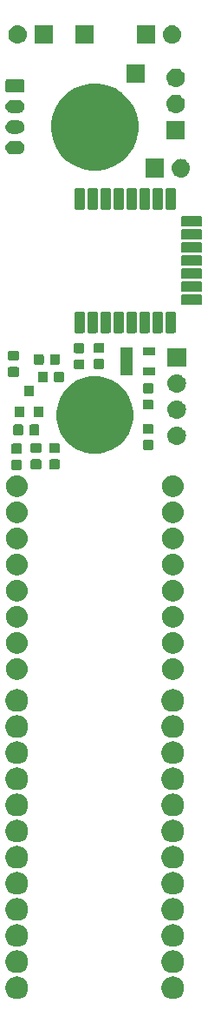
<source format=gbr>
G04 #@! TF.GenerationSoftware,KiCad,Pcbnew,5.1.2-f72e74a~84~ubuntu18.04.1*
G04 #@! TF.CreationDate,2019-08-30T12:47:12+08:00*
G04 #@! TF.ProjectId,handyfan,68616e64-7966-4616-9e2e-6b696361645f,rev?*
G04 #@! TF.SameCoordinates,Original*
G04 #@! TF.FileFunction,Soldermask,Top*
G04 #@! TF.FilePolarity,Negative*
%FSLAX46Y46*%
G04 Gerber Fmt 4.6, Leading zero omitted, Abs format (unit mm)*
G04 Created by KiCad (PCBNEW 5.1.2-f72e74a~84~ubuntu18.04.1) date 2019-08-30 12:47:12*
%MOMM*%
%LPD*%
G04 APERTURE LIST*
%ADD10C,0.100000*%
G04 APERTURE END LIST*
D10*
G36*
X107834794Y-154620155D02*
G01*
X107941150Y-154641311D01*
X108141520Y-154724307D01*
X108321844Y-154844795D01*
X108475205Y-154998156D01*
X108595693Y-155178480D01*
X108678689Y-155378851D01*
X108721000Y-155591560D01*
X108721000Y-155808440D01*
X108678689Y-156021149D01*
X108595693Y-156221520D01*
X108475205Y-156401844D01*
X108321844Y-156555205D01*
X108141520Y-156675693D01*
X108041334Y-156717191D01*
X107941150Y-156758689D01*
X107834795Y-156779844D01*
X107728440Y-156801000D01*
X107511560Y-156801000D01*
X107405205Y-156779844D01*
X107298850Y-156758689D01*
X107198666Y-156717191D01*
X107098480Y-156675693D01*
X106918156Y-156555205D01*
X106764795Y-156401844D01*
X106644307Y-156221520D01*
X106561311Y-156021149D01*
X106519000Y-155808440D01*
X106519000Y-155591560D01*
X106561311Y-155378851D01*
X106644307Y-155178480D01*
X106764795Y-154998156D01*
X106918156Y-154844795D01*
X107098480Y-154724307D01*
X107298850Y-154641311D01*
X107405206Y-154620155D01*
X107511560Y-154599000D01*
X107728440Y-154599000D01*
X107834794Y-154620155D01*
X107834794Y-154620155D01*
G37*
G36*
X92594794Y-154620155D02*
G01*
X92701150Y-154641311D01*
X92901520Y-154724307D01*
X93081844Y-154844795D01*
X93235205Y-154998156D01*
X93355693Y-155178480D01*
X93438689Y-155378851D01*
X93481000Y-155591560D01*
X93481000Y-155808440D01*
X93438689Y-156021149D01*
X93355693Y-156221520D01*
X93235205Y-156401844D01*
X93081844Y-156555205D01*
X92901520Y-156675693D01*
X92801334Y-156717191D01*
X92701150Y-156758689D01*
X92594795Y-156779844D01*
X92488440Y-156801000D01*
X92271560Y-156801000D01*
X92165205Y-156779844D01*
X92058850Y-156758689D01*
X91958666Y-156717191D01*
X91858480Y-156675693D01*
X91678156Y-156555205D01*
X91524795Y-156401844D01*
X91404307Y-156221520D01*
X91321311Y-156021149D01*
X91279000Y-155808440D01*
X91279000Y-155591560D01*
X91321311Y-155378851D01*
X91404307Y-155178480D01*
X91524795Y-154998156D01*
X91678156Y-154844795D01*
X91858480Y-154724307D01*
X92058850Y-154641311D01*
X92165206Y-154620155D01*
X92271560Y-154599000D01*
X92488440Y-154599000D01*
X92594794Y-154620155D01*
X92594794Y-154620155D01*
G37*
G36*
X92594795Y-152080156D02*
G01*
X92701150Y-152101311D01*
X92801334Y-152142809D01*
X92901520Y-152184307D01*
X93081844Y-152304795D01*
X93235205Y-152458156D01*
X93355693Y-152638480D01*
X93438689Y-152838851D01*
X93481000Y-153051560D01*
X93481000Y-153268440D01*
X93438689Y-153481149D01*
X93355693Y-153681520D01*
X93235205Y-153861844D01*
X93081844Y-154015205D01*
X92901520Y-154135693D01*
X92701150Y-154218689D01*
X92594794Y-154239845D01*
X92488440Y-154261000D01*
X92271560Y-154261000D01*
X92165206Y-154239845D01*
X92058850Y-154218689D01*
X91858480Y-154135693D01*
X91678156Y-154015205D01*
X91524795Y-153861844D01*
X91404307Y-153681520D01*
X91321311Y-153481149D01*
X91279000Y-153268440D01*
X91279000Y-153051560D01*
X91321311Y-152838851D01*
X91404307Y-152638480D01*
X91524795Y-152458156D01*
X91678156Y-152304795D01*
X91858480Y-152184307D01*
X91958666Y-152142809D01*
X92058850Y-152101311D01*
X92165205Y-152080156D01*
X92271560Y-152059000D01*
X92488440Y-152059000D01*
X92594795Y-152080156D01*
X92594795Y-152080156D01*
G37*
G36*
X107834795Y-152080156D02*
G01*
X107941150Y-152101311D01*
X108041334Y-152142809D01*
X108141520Y-152184307D01*
X108321844Y-152304795D01*
X108475205Y-152458156D01*
X108595693Y-152638480D01*
X108678689Y-152838851D01*
X108721000Y-153051560D01*
X108721000Y-153268440D01*
X108678689Y-153481149D01*
X108595693Y-153681520D01*
X108475205Y-153861844D01*
X108321844Y-154015205D01*
X108141520Y-154135693D01*
X107941150Y-154218689D01*
X107834794Y-154239845D01*
X107728440Y-154261000D01*
X107511560Y-154261000D01*
X107405206Y-154239845D01*
X107298850Y-154218689D01*
X107098480Y-154135693D01*
X106918156Y-154015205D01*
X106764795Y-153861844D01*
X106644307Y-153681520D01*
X106561311Y-153481149D01*
X106519000Y-153268440D01*
X106519000Y-153051560D01*
X106561311Y-152838851D01*
X106644307Y-152638480D01*
X106764795Y-152458156D01*
X106918156Y-152304795D01*
X107098480Y-152184307D01*
X107198666Y-152142809D01*
X107298850Y-152101311D01*
X107405205Y-152080156D01*
X107511560Y-152059000D01*
X107728440Y-152059000D01*
X107834795Y-152080156D01*
X107834795Y-152080156D01*
G37*
G36*
X107834794Y-149540155D02*
G01*
X107941150Y-149561311D01*
X108141520Y-149644307D01*
X108321844Y-149764795D01*
X108475205Y-149918156D01*
X108595693Y-150098480D01*
X108678689Y-150298851D01*
X108721000Y-150511560D01*
X108721000Y-150728440D01*
X108678689Y-150941149D01*
X108595693Y-151141520D01*
X108475205Y-151321844D01*
X108321844Y-151475205D01*
X108141520Y-151595693D01*
X108041334Y-151637191D01*
X107941150Y-151678689D01*
X107834795Y-151699844D01*
X107728440Y-151721000D01*
X107511560Y-151721000D01*
X107405205Y-151699844D01*
X107298850Y-151678689D01*
X107198666Y-151637191D01*
X107098480Y-151595693D01*
X106918156Y-151475205D01*
X106764795Y-151321844D01*
X106644307Y-151141520D01*
X106561311Y-150941149D01*
X106519000Y-150728440D01*
X106519000Y-150511560D01*
X106561311Y-150298851D01*
X106644307Y-150098480D01*
X106764795Y-149918156D01*
X106918156Y-149764795D01*
X107098480Y-149644307D01*
X107298850Y-149561311D01*
X107405206Y-149540155D01*
X107511560Y-149519000D01*
X107728440Y-149519000D01*
X107834794Y-149540155D01*
X107834794Y-149540155D01*
G37*
G36*
X92594794Y-149540155D02*
G01*
X92701150Y-149561311D01*
X92901520Y-149644307D01*
X93081844Y-149764795D01*
X93235205Y-149918156D01*
X93355693Y-150098480D01*
X93438689Y-150298851D01*
X93481000Y-150511560D01*
X93481000Y-150728440D01*
X93438689Y-150941149D01*
X93355693Y-151141520D01*
X93235205Y-151321844D01*
X93081844Y-151475205D01*
X92901520Y-151595693D01*
X92801334Y-151637191D01*
X92701150Y-151678689D01*
X92594795Y-151699844D01*
X92488440Y-151721000D01*
X92271560Y-151721000D01*
X92165205Y-151699844D01*
X92058850Y-151678689D01*
X91958666Y-151637191D01*
X91858480Y-151595693D01*
X91678156Y-151475205D01*
X91524795Y-151321844D01*
X91404307Y-151141520D01*
X91321311Y-150941149D01*
X91279000Y-150728440D01*
X91279000Y-150511560D01*
X91321311Y-150298851D01*
X91404307Y-150098480D01*
X91524795Y-149918156D01*
X91678156Y-149764795D01*
X91858480Y-149644307D01*
X92058850Y-149561311D01*
X92165206Y-149540155D01*
X92271560Y-149519000D01*
X92488440Y-149519000D01*
X92594794Y-149540155D01*
X92594794Y-149540155D01*
G37*
G36*
X92594794Y-147000155D02*
G01*
X92701150Y-147021311D01*
X92801334Y-147062809D01*
X92901520Y-147104307D01*
X93081844Y-147224795D01*
X93235205Y-147378156D01*
X93355693Y-147558480D01*
X93438689Y-147758851D01*
X93481000Y-147971560D01*
X93481000Y-148188440D01*
X93438689Y-148401149D01*
X93355693Y-148601520D01*
X93235205Y-148781844D01*
X93081844Y-148935205D01*
X92901520Y-149055693D01*
X92701150Y-149138689D01*
X92594795Y-149159844D01*
X92488440Y-149181000D01*
X92271560Y-149181000D01*
X92165205Y-149159844D01*
X92058850Y-149138689D01*
X91858480Y-149055693D01*
X91678156Y-148935205D01*
X91524795Y-148781844D01*
X91404307Y-148601520D01*
X91321311Y-148401149D01*
X91279000Y-148188440D01*
X91279000Y-147971560D01*
X91321311Y-147758851D01*
X91404307Y-147558480D01*
X91524795Y-147378156D01*
X91678156Y-147224795D01*
X91858480Y-147104307D01*
X91958666Y-147062809D01*
X92058850Y-147021311D01*
X92165206Y-147000155D01*
X92271560Y-146979000D01*
X92488440Y-146979000D01*
X92594794Y-147000155D01*
X92594794Y-147000155D01*
G37*
G36*
X107834794Y-147000155D02*
G01*
X107941150Y-147021311D01*
X108041334Y-147062809D01*
X108141520Y-147104307D01*
X108321844Y-147224795D01*
X108475205Y-147378156D01*
X108595693Y-147558480D01*
X108678689Y-147758851D01*
X108721000Y-147971560D01*
X108721000Y-148188440D01*
X108678689Y-148401149D01*
X108595693Y-148601520D01*
X108475205Y-148781844D01*
X108321844Y-148935205D01*
X108141520Y-149055693D01*
X107941150Y-149138689D01*
X107834795Y-149159844D01*
X107728440Y-149181000D01*
X107511560Y-149181000D01*
X107405205Y-149159844D01*
X107298850Y-149138689D01*
X107098480Y-149055693D01*
X106918156Y-148935205D01*
X106764795Y-148781844D01*
X106644307Y-148601520D01*
X106561311Y-148401149D01*
X106519000Y-148188440D01*
X106519000Y-147971560D01*
X106561311Y-147758851D01*
X106644307Y-147558480D01*
X106764795Y-147378156D01*
X106918156Y-147224795D01*
X107098480Y-147104307D01*
X107198666Y-147062809D01*
X107298850Y-147021311D01*
X107405206Y-147000155D01*
X107511560Y-146979000D01*
X107728440Y-146979000D01*
X107834794Y-147000155D01*
X107834794Y-147000155D01*
G37*
G36*
X107834795Y-144460156D02*
G01*
X107941150Y-144481311D01*
X108141520Y-144564307D01*
X108321844Y-144684795D01*
X108475205Y-144838156D01*
X108595693Y-145018480D01*
X108678689Y-145218851D01*
X108721000Y-145431560D01*
X108721000Y-145648440D01*
X108678689Y-145861149D01*
X108595693Y-146061520D01*
X108475205Y-146241844D01*
X108321844Y-146395205D01*
X108141520Y-146515693D01*
X108041334Y-146557191D01*
X107941150Y-146598689D01*
X107834794Y-146619845D01*
X107728440Y-146641000D01*
X107511560Y-146641000D01*
X107405206Y-146619845D01*
X107298850Y-146598689D01*
X107198666Y-146557191D01*
X107098480Y-146515693D01*
X106918156Y-146395205D01*
X106764795Y-146241844D01*
X106644307Y-146061520D01*
X106561311Y-145861149D01*
X106519000Y-145648440D01*
X106519000Y-145431560D01*
X106561311Y-145218851D01*
X106644307Y-145018480D01*
X106764795Y-144838156D01*
X106918156Y-144684795D01*
X107098480Y-144564307D01*
X107298850Y-144481311D01*
X107405205Y-144460156D01*
X107511560Y-144439000D01*
X107728440Y-144439000D01*
X107834795Y-144460156D01*
X107834795Y-144460156D01*
G37*
G36*
X92594795Y-144460156D02*
G01*
X92701150Y-144481311D01*
X92901520Y-144564307D01*
X93081844Y-144684795D01*
X93235205Y-144838156D01*
X93355693Y-145018480D01*
X93438689Y-145218851D01*
X93481000Y-145431560D01*
X93481000Y-145648440D01*
X93438689Y-145861149D01*
X93355693Y-146061520D01*
X93235205Y-146241844D01*
X93081844Y-146395205D01*
X92901520Y-146515693D01*
X92801334Y-146557191D01*
X92701150Y-146598689D01*
X92594794Y-146619845D01*
X92488440Y-146641000D01*
X92271560Y-146641000D01*
X92165206Y-146619845D01*
X92058850Y-146598689D01*
X91958666Y-146557191D01*
X91858480Y-146515693D01*
X91678156Y-146395205D01*
X91524795Y-146241844D01*
X91404307Y-146061520D01*
X91321311Y-145861149D01*
X91279000Y-145648440D01*
X91279000Y-145431560D01*
X91321311Y-145218851D01*
X91404307Y-145018480D01*
X91524795Y-144838156D01*
X91678156Y-144684795D01*
X91858480Y-144564307D01*
X92058850Y-144481311D01*
X92165205Y-144460156D01*
X92271560Y-144439000D01*
X92488440Y-144439000D01*
X92594795Y-144460156D01*
X92594795Y-144460156D01*
G37*
G36*
X107834795Y-141920156D02*
G01*
X107941150Y-141941311D01*
X108141520Y-142024307D01*
X108321844Y-142144795D01*
X108475205Y-142298156D01*
X108595693Y-142478480D01*
X108678689Y-142678851D01*
X108721000Y-142891560D01*
X108721000Y-143108440D01*
X108678689Y-143321149D01*
X108595693Y-143521520D01*
X108475205Y-143701844D01*
X108321844Y-143855205D01*
X108141520Y-143975693D01*
X107941150Y-144058689D01*
X107834794Y-144079845D01*
X107728440Y-144101000D01*
X107511560Y-144101000D01*
X107405206Y-144079845D01*
X107298850Y-144058689D01*
X107098480Y-143975693D01*
X106918156Y-143855205D01*
X106764795Y-143701844D01*
X106644307Y-143521520D01*
X106561311Y-143321149D01*
X106519000Y-143108440D01*
X106519000Y-142891560D01*
X106561311Y-142678851D01*
X106644307Y-142478480D01*
X106764795Y-142298156D01*
X106918156Y-142144795D01*
X107098480Y-142024307D01*
X107298850Y-141941311D01*
X107405205Y-141920156D01*
X107511560Y-141899000D01*
X107728440Y-141899000D01*
X107834795Y-141920156D01*
X107834795Y-141920156D01*
G37*
G36*
X92594795Y-141920156D02*
G01*
X92701150Y-141941311D01*
X92901520Y-142024307D01*
X93081844Y-142144795D01*
X93235205Y-142298156D01*
X93355693Y-142478480D01*
X93438689Y-142678851D01*
X93481000Y-142891560D01*
X93481000Y-143108440D01*
X93438689Y-143321149D01*
X93355693Y-143521520D01*
X93235205Y-143701844D01*
X93081844Y-143855205D01*
X92901520Y-143975693D01*
X92701150Y-144058689D01*
X92594794Y-144079845D01*
X92488440Y-144101000D01*
X92271560Y-144101000D01*
X92165206Y-144079845D01*
X92058850Y-144058689D01*
X91858480Y-143975693D01*
X91678156Y-143855205D01*
X91524795Y-143701844D01*
X91404307Y-143521520D01*
X91321311Y-143321149D01*
X91279000Y-143108440D01*
X91279000Y-142891560D01*
X91321311Y-142678851D01*
X91404307Y-142478480D01*
X91524795Y-142298156D01*
X91678156Y-142144795D01*
X91858480Y-142024307D01*
X92058850Y-141941311D01*
X92165205Y-141920156D01*
X92271560Y-141899000D01*
X92488440Y-141899000D01*
X92594795Y-141920156D01*
X92594795Y-141920156D01*
G37*
G36*
X107834794Y-139380155D02*
G01*
X107941150Y-139401311D01*
X108141520Y-139484307D01*
X108321844Y-139604795D01*
X108475205Y-139758156D01*
X108595693Y-139938480D01*
X108678689Y-140138851D01*
X108721000Y-140351560D01*
X108721000Y-140568440D01*
X108678689Y-140781149D01*
X108595693Y-140981520D01*
X108475205Y-141161844D01*
X108321844Y-141315205D01*
X108141520Y-141435693D01*
X108041334Y-141477191D01*
X107941150Y-141518689D01*
X107834795Y-141539844D01*
X107728440Y-141561000D01*
X107511560Y-141561000D01*
X107405205Y-141539844D01*
X107298850Y-141518689D01*
X107198666Y-141477191D01*
X107098480Y-141435693D01*
X106918156Y-141315205D01*
X106764795Y-141161844D01*
X106644307Y-140981520D01*
X106561311Y-140781149D01*
X106519000Y-140568440D01*
X106519000Y-140351560D01*
X106561311Y-140138851D01*
X106644307Y-139938480D01*
X106764795Y-139758156D01*
X106918156Y-139604795D01*
X107098480Y-139484307D01*
X107298850Y-139401311D01*
X107405206Y-139380155D01*
X107511560Y-139359000D01*
X107728440Y-139359000D01*
X107834794Y-139380155D01*
X107834794Y-139380155D01*
G37*
G36*
X92594794Y-139380155D02*
G01*
X92701150Y-139401311D01*
X92901520Y-139484307D01*
X93081844Y-139604795D01*
X93235205Y-139758156D01*
X93355693Y-139938480D01*
X93438689Y-140138851D01*
X93481000Y-140351560D01*
X93481000Y-140568440D01*
X93438689Y-140781149D01*
X93355693Y-140981520D01*
X93235205Y-141161844D01*
X93081844Y-141315205D01*
X92901520Y-141435693D01*
X92801334Y-141477191D01*
X92701150Y-141518689D01*
X92594795Y-141539844D01*
X92488440Y-141561000D01*
X92271560Y-141561000D01*
X92165205Y-141539844D01*
X92058850Y-141518689D01*
X91958666Y-141477191D01*
X91858480Y-141435693D01*
X91678156Y-141315205D01*
X91524795Y-141161844D01*
X91404307Y-140981520D01*
X91321311Y-140781149D01*
X91279000Y-140568440D01*
X91279000Y-140351560D01*
X91321311Y-140138851D01*
X91404307Y-139938480D01*
X91524795Y-139758156D01*
X91678156Y-139604795D01*
X91858480Y-139484307D01*
X92058850Y-139401311D01*
X92165206Y-139380155D01*
X92271560Y-139359000D01*
X92488440Y-139359000D01*
X92594794Y-139380155D01*
X92594794Y-139380155D01*
G37*
G36*
X92594794Y-136840155D02*
G01*
X92701150Y-136861311D01*
X92801334Y-136902809D01*
X92901520Y-136944307D01*
X93081844Y-137064795D01*
X93235205Y-137218156D01*
X93355693Y-137398480D01*
X93438689Y-137598851D01*
X93481000Y-137811560D01*
X93481000Y-138028440D01*
X93438689Y-138241149D01*
X93355693Y-138441520D01*
X93235205Y-138621844D01*
X93081844Y-138775205D01*
X92901520Y-138895693D01*
X92701150Y-138978689D01*
X92594795Y-138999844D01*
X92488440Y-139021000D01*
X92271560Y-139021000D01*
X92165205Y-138999844D01*
X92058850Y-138978689D01*
X91858480Y-138895693D01*
X91678156Y-138775205D01*
X91524795Y-138621844D01*
X91404307Y-138441520D01*
X91321311Y-138241149D01*
X91279000Y-138028440D01*
X91279000Y-137811560D01*
X91321311Y-137598851D01*
X91404307Y-137398480D01*
X91524795Y-137218156D01*
X91678156Y-137064795D01*
X91858480Y-136944307D01*
X91958666Y-136902809D01*
X92058850Y-136861311D01*
X92165206Y-136840155D01*
X92271560Y-136819000D01*
X92488440Y-136819000D01*
X92594794Y-136840155D01*
X92594794Y-136840155D01*
G37*
G36*
X107834794Y-136840155D02*
G01*
X107941150Y-136861311D01*
X108041334Y-136902809D01*
X108141520Y-136944307D01*
X108321844Y-137064795D01*
X108475205Y-137218156D01*
X108595693Y-137398480D01*
X108678689Y-137598851D01*
X108721000Y-137811560D01*
X108721000Y-138028440D01*
X108678689Y-138241149D01*
X108595693Y-138441520D01*
X108475205Y-138621844D01*
X108321844Y-138775205D01*
X108141520Y-138895693D01*
X107941150Y-138978689D01*
X107834795Y-138999844D01*
X107728440Y-139021000D01*
X107511560Y-139021000D01*
X107405205Y-138999844D01*
X107298850Y-138978689D01*
X107098480Y-138895693D01*
X106918156Y-138775205D01*
X106764795Y-138621844D01*
X106644307Y-138441520D01*
X106561311Y-138241149D01*
X106519000Y-138028440D01*
X106519000Y-137811560D01*
X106561311Y-137598851D01*
X106644307Y-137398480D01*
X106764795Y-137218156D01*
X106918156Y-137064795D01*
X107098480Y-136944307D01*
X107198666Y-136902809D01*
X107298850Y-136861311D01*
X107405206Y-136840155D01*
X107511560Y-136819000D01*
X107728440Y-136819000D01*
X107834794Y-136840155D01*
X107834794Y-136840155D01*
G37*
G36*
X107834795Y-134300156D02*
G01*
X107941150Y-134321311D01*
X108141520Y-134404307D01*
X108321844Y-134524795D01*
X108475205Y-134678156D01*
X108595693Y-134858480D01*
X108678689Y-135058851D01*
X108721000Y-135271560D01*
X108721000Y-135488440D01*
X108678689Y-135701149D01*
X108595693Y-135901520D01*
X108475205Y-136081844D01*
X108321844Y-136235205D01*
X108141520Y-136355693D01*
X107941150Y-136438689D01*
X107834794Y-136459845D01*
X107728440Y-136481000D01*
X107511560Y-136481000D01*
X107405206Y-136459845D01*
X107298850Y-136438689D01*
X107098480Y-136355693D01*
X106918156Y-136235205D01*
X106764795Y-136081844D01*
X106644307Y-135901520D01*
X106561311Y-135701149D01*
X106519000Y-135488440D01*
X106519000Y-135271560D01*
X106561311Y-135058851D01*
X106644307Y-134858480D01*
X106764795Y-134678156D01*
X106918156Y-134524795D01*
X107098480Y-134404307D01*
X107298850Y-134321311D01*
X107405205Y-134300156D01*
X107511560Y-134279000D01*
X107728440Y-134279000D01*
X107834795Y-134300156D01*
X107834795Y-134300156D01*
G37*
G36*
X92594795Y-134300156D02*
G01*
X92701150Y-134321311D01*
X92901520Y-134404307D01*
X93081844Y-134524795D01*
X93235205Y-134678156D01*
X93355693Y-134858480D01*
X93438689Y-135058851D01*
X93481000Y-135271560D01*
X93481000Y-135488440D01*
X93438689Y-135701149D01*
X93355693Y-135901520D01*
X93235205Y-136081844D01*
X93081844Y-136235205D01*
X92901520Y-136355693D01*
X92701150Y-136438689D01*
X92594794Y-136459845D01*
X92488440Y-136481000D01*
X92271560Y-136481000D01*
X92165206Y-136459845D01*
X92058850Y-136438689D01*
X91858480Y-136355693D01*
X91678156Y-136235205D01*
X91524795Y-136081844D01*
X91404307Y-135901520D01*
X91321311Y-135701149D01*
X91279000Y-135488440D01*
X91279000Y-135271560D01*
X91321311Y-135058851D01*
X91404307Y-134858480D01*
X91524795Y-134678156D01*
X91678156Y-134524795D01*
X91858480Y-134404307D01*
X92058850Y-134321311D01*
X92165205Y-134300156D01*
X92271560Y-134279000D01*
X92488440Y-134279000D01*
X92594795Y-134300156D01*
X92594795Y-134300156D01*
G37*
G36*
X92594794Y-131760155D02*
G01*
X92701150Y-131781311D01*
X92901520Y-131864307D01*
X93081844Y-131984795D01*
X93235205Y-132138156D01*
X93355693Y-132318480D01*
X93438689Y-132518851D01*
X93481000Y-132731560D01*
X93481000Y-132948440D01*
X93438689Y-133161149D01*
X93355693Y-133361520D01*
X93235205Y-133541844D01*
X93081844Y-133695205D01*
X92901520Y-133815693D01*
X92801334Y-133857191D01*
X92701150Y-133898689D01*
X92594794Y-133919845D01*
X92488440Y-133941000D01*
X92271560Y-133941000D01*
X92165206Y-133919845D01*
X92058850Y-133898689D01*
X91958666Y-133857191D01*
X91858480Y-133815693D01*
X91678156Y-133695205D01*
X91524795Y-133541844D01*
X91404307Y-133361520D01*
X91321311Y-133161149D01*
X91279000Y-132948440D01*
X91279000Y-132731560D01*
X91321311Y-132518851D01*
X91404307Y-132318480D01*
X91524795Y-132138156D01*
X91678156Y-131984795D01*
X91858480Y-131864307D01*
X92058850Y-131781311D01*
X92165206Y-131760155D01*
X92271560Y-131739000D01*
X92488440Y-131739000D01*
X92594794Y-131760155D01*
X92594794Y-131760155D01*
G37*
G36*
X107834794Y-131760155D02*
G01*
X107941150Y-131781311D01*
X108141520Y-131864307D01*
X108321844Y-131984795D01*
X108475205Y-132138156D01*
X108595693Y-132318480D01*
X108678689Y-132518851D01*
X108721000Y-132731560D01*
X108721000Y-132948440D01*
X108678689Y-133161149D01*
X108595693Y-133361520D01*
X108475205Y-133541844D01*
X108321844Y-133695205D01*
X108141520Y-133815693D01*
X108041334Y-133857191D01*
X107941150Y-133898689D01*
X107834794Y-133919845D01*
X107728440Y-133941000D01*
X107511560Y-133941000D01*
X107405206Y-133919845D01*
X107298850Y-133898689D01*
X107198666Y-133857191D01*
X107098480Y-133815693D01*
X106918156Y-133695205D01*
X106764795Y-133541844D01*
X106644307Y-133361520D01*
X106561311Y-133161149D01*
X106519000Y-132948440D01*
X106519000Y-132731560D01*
X106561311Y-132518851D01*
X106644307Y-132318480D01*
X106764795Y-132138156D01*
X106918156Y-131984795D01*
X107098480Y-131864307D01*
X107298850Y-131781311D01*
X107405206Y-131760155D01*
X107511560Y-131739000D01*
X107728440Y-131739000D01*
X107834794Y-131760155D01*
X107834794Y-131760155D01*
G37*
G36*
X92594794Y-129220155D02*
G01*
X92701150Y-129241311D01*
X92801334Y-129282809D01*
X92901520Y-129324307D01*
X93081844Y-129444795D01*
X93235205Y-129598156D01*
X93355693Y-129778480D01*
X93438689Y-129978851D01*
X93481000Y-130191560D01*
X93481000Y-130408440D01*
X93438689Y-130621149D01*
X93355693Y-130821520D01*
X93235205Y-131001844D01*
X93081844Y-131155205D01*
X92901520Y-131275693D01*
X92701150Y-131358689D01*
X92594795Y-131379844D01*
X92488440Y-131401000D01*
X92271560Y-131401000D01*
X92165205Y-131379844D01*
X92058850Y-131358689D01*
X91858480Y-131275693D01*
X91678156Y-131155205D01*
X91524795Y-131001844D01*
X91404307Y-130821520D01*
X91321311Y-130621149D01*
X91279000Y-130408440D01*
X91279000Y-130191560D01*
X91321311Y-129978851D01*
X91404307Y-129778480D01*
X91524795Y-129598156D01*
X91678156Y-129444795D01*
X91858480Y-129324307D01*
X91958666Y-129282809D01*
X92058850Y-129241311D01*
X92165206Y-129220155D01*
X92271560Y-129199000D01*
X92488440Y-129199000D01*
X92594794Y-129220155D01*
X92594794Y-129220155D01*
G37*
G36*
X107834794Y-129220155D02*
G01*
X107941150Y-129241311D01*
X108041334Y-129282809D01*
X108141520Y-129324307D01*
X108321844Y-129444795D01*
X108475205Y-129598156D01*
X108595693Y-129778480D01*
X108678689Y-129978851D01*
X108721000Y-130191560D01*
X108721000Y-130408440D01*
X108678689Y-130621149D01*
X108595693Y-130821520D01*
X108475205Y-131001844D01*
X108321844Y-131155205D01*
X108141520Y-131275693D01*
X107941150Y-131358689D01*
X107834795Y-131379844D01*
X107728440Y-131401000D01*
X107511560Y-131401000D01*
X107405205Y-131379844D01*
X107298850Y-131358689D01*
X107098480Y-131275693D01*
X106918156Y-131155205D01*
X106764795Y-131001844D01*
X106644307Y-130821520D01*
X106561311Y-130621149D01*
X106519000Y-130408440D01*
X106519000Y-130191560D01*
X106561311Y-129978851D01*
X106644307Y-129778480D01*
X106764795Y-129598156D01*
X106918156Y-129444795D01*
X107098480Y-129324307D01*
X107198666Y-129282809D01*
X107298850Y-129241311D01*
X107405206Y-129220155D01*
X107511560Y-129199000D01*
X107728440Y-129199000D01*
X107834794Y-129220155D01*
X107834794Y-129220155D01*
G37*
G36*
X92594795Y-126680156D02*
G01*
X92701150Y-126701311D01*
X92901520Y-126784307D01*
X93081844Y-126904795D01*
X93235205Y-127058156D01*
X93355693Y-127238480D01*
X93438689Y-127438851D01*
X93481000Y-127651560D01*
X93481000Y-127868440D01*
X93438689Y-128081149D01*
X93355693Y-128281520D01*
X93235205Y-128461844D01*
X93081844Y-128615205D01*
X92901520Y-128735693D01*
X92701150Y-128818689D01*
X92594794Y-128839845D01*
X92488440Y-128861000D01*
X92271560Y-128861000D01*
X92165206Y-128839845D01*
X92058850Y-128818689D01*
X91858480Y-128735693D01*
X91678156Y-128615205D01*
X91524795Y-128461844D01*
X91404307Y-128281520D01*
X91321311Y-128081149D01*
X91279000Y-127868440D01*
X91279000Y-127651560D01*
X91321311Y-127438851D01*
X91404307Y-127238480D01*
X91524795Y-127058156D01*
X91678156Y-126904795D01*
X91858480Y-126784307D01*
X92058850Y-126701311D01*
X92165205Y-126680156D01*
X92271560Y-126659000D01*
X92488440Y-126659000D01*
X92594795Y-126680156D01*
X92594795Y-126680156D01*
G37*
G36*
X107834795Y-126680156D02*
G01*
X107941150Y-126701311D01*
X108141520Y-126784307D01*
X108321844Y-126904795D01*
X108475205Y-127058156D01*
X108595693Y-127238480D01*
X108678689Y-127438851D01*
X108721000Y-127651560D01*
X108721000Y-127868440D01*
X108678689Y-128081149D01*
X108595693Y-128281520D01*
X108475205Y-128461844D01*
X108321844Y-128615205D01*
X108141520Y-128735693D01*
X107941150Y-128818689D01*
X107834794Y-128839845D01*
X107728440Y-128861000D01*
X107511560Y-128861000D01*
X107405206Y-128839845D01*
X107298850Y-128818689D01*
X107098480Y-128735693D01*
X106918156Y-128615205D01*
X106764795Y-128461844D01*
X106644307Y-128281520D01*
X106561311Y-128081149D01*
X106519000Y-127868440D01*
X106519000Y-127651560D01*
X106561311Y-127438851D01*
X106644307Y-127238480D01*
X106764795Y-127058156D01*
X106918156Y-126904795D01*
X107098480Y-126784307D01*
X107298850Y-126701311D01*
X107405205Y-126680156D01*
X107511560Y-126659000D01*
X107728440Y-126659000D01*
X107834795Y-126680156D01*
X107834795Y-126680156D01*
G37*
G36*
X107723097Y-123654069D02*
G01*
X107826032Y-123664207D01*
X108024146Y-123724305D01*
X108024149Y-123724306D01*
X108120975Y-123776061D01*
X108206729Y-123821897D01*
X108366765Y-123953235D01*
X108498103Y-124113271D01*
X108543939Y-124199025D01*
X108595694Y-124295851D01*
X108595695Y-124295854D01*
X108655793Y-124493968D01*
X108676085Y-124700000D01*
X108655793Y-124906032D01*
X108595695Y-125104146D01*
X108595694Y-125104149D01*
X108543939Y-125200975D01*
X108498103Y-125286729D01*
X108366765Y-125446765D01*
X108206729Y-125578103D01*
X108120975Y-125623939D01*
X108024149Y-125675694D01*
X108024146Y-125675695D01*
X107826032Y-125735793D01*
X107723097Y-125745931D01*
X107671631Y-125751000D01*
X107568369Y-125751000D01*
X107516903Y-125745931D01*
X107413968Y-125735793D01*
X107215854Y-125675695D01*
X107215851Y-125675694D01*
X107119025Y-125623939D01*
X107033271Y-125578103D01*
X106873235Y-125446765D01*
X106741897Y-125286729D01*
X106696061Y-125200975D01*
X106644306Y-125104149D01*
X106644305Y-125104146D01*
X106584207Y-124906032D01*
X106563915Y-124700000D01*
X106584207Y-124493968D01*
X106644305Y-124295854D01*
X106644306Y-124295851D01*
X106696061Y-124199025D01*
X106741897Y-124113271D01*
X106873235Y-123953235D01*
X107033271Y-123821897D01*
X107119025Y-123776061D01*
X107215851Y-123724306D01*
X107215854Y-123724305D01*
X107413968Y-123664207D01*
X107516903Y-123654069D01*
X107568369Y-123649000D01*
X107671631Y-123649000D01*
X107723097Y-123654069D01*
X107723097Y-123654069D01*
G37*
G36*
X92483097Y-123654069D02*
G01*
X92586032Y-123664207D01*
X92784146Y-123724305D01*
X92784149Y-123724306D01*
X92880975Y-123776061D01*
X92966729Y-123821897D01*
X93126765Y-123953235D01*
X93258103Y-124113271D01*
X93303939Y-124199025D01*
X93355694Y-124295851D01*
X93355695Y-124295854D01*
X93415793Y-124493968D01*
X93436085Y-124700000D01*
X93415793Y-124906032D01*
X93355695Y-125104146D01*
X93355694Y-125104149D01*
X93303939Y-125200975D01*
X93258103Y-125286729D01*
X93126765Y-125446765D01*
X92966729Y-125578103D01*
X92880975Y-125623939D01*
X92784149Y-125675694D01*
X92784146Y-125675695D01*
X92586032Y-125735793D01*
X92483097Y-125745931D01*
X92431631Y-125751000D01*
X92328369Y-125751000D01*
X92276903Y-125745931D01*
X92173968Y-125735793D01*
X91975854Y-125675695D01*
X91975851Y-125675694D01*
X91879025Y-125623939D01*
X91793271Y-125578103D01*
X91633235Y-125446765D01*
X91501897Y-125286729D01*
X91456061Y-125200975D01*
X91404306Y-125104149D01*
X91404305Y-125104146D01*
X91344207Y-124906032D01*
X91323915Y-124700000D01*
X91344207Y-124493968D01*
X91404305Y-124295854D01*
X91404306Y-124295851D01*
X91456061Y-124199025D01*
X91501897Y-124113271D01*
X91633235Y-123953235D01*
X91793271Y-123821897D01*
X91879025Y-123776061D01*
X91975851Y-123724306D01*
X91975854Y-123724305D01*
X92173968Y-123664207D01*
X92276903Y-123654069D01*
X92328369Y-123649000D01*
X92431631Y-123649000D01*
X92483097Y-123654069D01*
X92483097Y-123654069D01*
G37*
G36*
X107723097Y-121114069D02*
G01*
X107826032Y-121124207D01*
X108024146Y-121184305D01*
X108024149Y-121184306D01*
X108120975Y-121236061D01*
X108206729Y-121281897D01*
X108366765Y-121413235D01*
X108498103Y-121573271D01*
X108543939Y-121659025D01*
X108595694Y-121755851D01*
X108595695Y-121755854D01*
X108655793Y-121953968D01*
X108676085Y-122160000D01*
X108655793Y-122366032D01*
X108595695Y-122564146D01*
X108595694Y-122564149D01*
X108543939Y-122660975D01*
X108498103Y-122746729D01*
X108366765Y-122906765D01*
X108206729Y-123038103D01*
X108120975Y-123083939D01*
X108024149Y-123135694D01*
X108024146Y-123135695D01*
X107826032Y-123195793D01*
X107723097Y-123205931D01*
X107671631Y-123211000D01*
X107568369Y-123211000D01*
X107516903Y-123205931D01*
X107413968Y-123195793D01*
X107215854Y-123135695D01*
X107215851Y-123135694D01*
X107119025Y-123083939D01*
X107033271Y-123038103D01*
X106873235Y-122906765D01*
X106741897Y-122746729D01*
X106696061Y-122660975D01*
X106644306Y-122564149D01*
X106644305Y-122564146D01*
X106584207Y-122366032D01*
X106563915Y-122160000D01*
X106584207Y-121953968D01*
X106644305Y-121755854D01*
X106644306Y-121755851D01*
X106696061Y-121659025D01*
X106741897Y-121573271D01*
X106873235Y-121413235D01*
X107033271Y-121281897D01*
X107119025Y-121236061D01*
X107215851Y-121184306D01*
X107215854Y-121184305D01*
X107413968Y-121124207D01*
X107516903Y-121114069D01*
X107568369Y-121109000D01*
X107671631Y-121109000D01*
X107723097Y-121114069D01*
X107723097Y-121114069D01*
G37*
G36*
X92483097Y-121114069D02*
G01*
X92586032Y-121124207D01*
X92784146Y-121184305D01*
X92784149Y-121184306D01*
X92880975Y-121236061D01*
X92966729Y-121281897D01*
X93126765Y-121413235D01*
X93258103Y-121573271D01*
X93303939Y-121659025D01*
X93355694Y-121755851D01*
X93355695Y-121755854D01*
X93415793Y-121953968D01*
X93436085Y-122160000D01*
X93415793Y-122366032D01*
X93355695Y-122564146D01*
X93355694Y-122564149D01*
X93303939Y-122660975D01*
X93258103Y-122746729D01*
X93126765Y-122906765D01*
X92966729Y-123038103D01*
X92880975Y-123083939D01*
X92784149Y-123135694D01*
X92784146Y-123135695D01*
X92586032Y-123195793D01*
X92483097Y-123205931D01*
X92431631Y-123211000D01*
X92328369Y-123211000D01*
X92276903Y-123205931D01*
X92173968Y-123195793D01*
X91975854Y-123135695D01*
X91975851Y-123135694D01*
X91879025Y-123083939D01*
X91793271Y-123038103D01*
X91633235Y-122906765D01*
X91501897Y-122746729D01*
X91456061Y-122660975D01*
X91404306Y-122564149D01*
X91404305Y-122564146D01*
X91344207Y-122366032D01*
X91323915Y-122160000D01*
X91344207Y-121953968D01*
X91404305Y-121755854D01*
X91404306Y-121755851D01*
X91456061Y-121659025D01*
X91501897Y-121573271D01*
X91633235Y-121413235D01*
X91793271Y-121281897D01*
X91879025Y-121236061D01*
X91975851Y-121184306D01*
X91975854Y-121184305D01*
X92173968Y-121124207D01*
X92276903Y-121114069D01*
X92328369Y-121109000D01*
X92431631Y-121109000D01*
X92483097Y-121114069D01*
X92483097Y-121114069D01*
G37*
G36*
X107723097Y-118574069D02*
G01*
X107826032Y-118584207D01*
X108024146Y-118644305D01*
X108024149Y-118644306D01*
X108120975Y-118696061D01*
X108206729Y-118741897D01*
X108366765Y-118873235D01*
X108498103Y-119033271D01*
X108543939Y-119119025D01*
X108595694Y-119215851D01*
X108595695Y-119215854D01*
X108655793Y-119413968D01*
X108676085Y-119620000D01*
X108655793Y-119826032D01*
X108595695Y-120024146D01*
X108595694Y-120024149D01*
X108543939Y-120120975D01*
X108498103Y-120206729D01*
X108366765Y-120366765D01*
X108206729Y-120498103D01*
X108120975Y-120543939D01*
X108024149Y-120595694D01*
X108024146Y-120595695D01*
X107826032Y-120655793D01*
X107723097Y-120665931D01*
X107671631Y-120671000D01*
X107568369Y-120671000D01*
X107516903Y-120665931D01*
X107413968Y-120655793D01*
X107215854Y-120595695D01*
X107215851Y-120595694D01*
X107119025Y-120543939D01*
X107033271Y-120498103D01*
X106873235Y-120366765D01*
X106741897Y-120206729D01*
X106696061Y-120120975D01*
X106644306Y-120024149D01*
X106644305Y-120024146D01*
X106584207Y-119826032D01*
X106563915Y-119620000D01*
X106584207Y-119413968D01*
X106644305Y-119215854D01*
X106644306Y-119215851D01*
X106696061Y-119119025D01*
X106741897Y-119033271D01*
X106873235Y-118873235D01*
X107033271Y-118741897D01*
X107119025Y-118696061D01*
X107215851Y-118644306D01*
X107215854Y-118644305D01*
X107413968Y-118584207D01*
X107516903Y-118574069D01*
X107568369Y-118569000D01*
X107671631Y-118569000D01*
X107723097Y-118574069D01*
X107723097Y-118574069D01*
G37*
G36*
X92483097Y-118574069D02*
G01*
X92586032Y-118584207D01*
X92784146Y-118644305D01*
X92784149Y-118644306D01*
X92880975Y-118696061D01*
X92966729Y-118741897D01*
X93126765Y-118873235D01*
X93258103Y-119033271D01*
X93303939Y-119119025D01*
X93355694Y-119215851D01*
X93355695Y-119215854D01*
X93415793Y-119413968D01*
X93436085Y-119620000D01*
X93415793Y-119826032D01*
X93355695Y-120024146D01*
X93355694Y-120024149D01*
X93303939Y-120120975D01*
X93258103Y-120206729D01*
X93126765Y-120366765D01*
X92966729Y-120498103D01*
X92880975Y-120543939D01*
X92784149Y-120595694D01*
X92784146Y-120595695D01*
X92586032Y-120655793D01*
X92483097Y-120665931D01*
X92431631Y-120671000D01*
X92328369Y-120671000D01*
X92276903Y-120665931D01*
X92173968Y-120655793D01*
X91975854Y-120595695D01*
X91975851Y-120595694D01*
X91879025Y-120543939D01*
X91793271Y-120498103D01*
X91633235Y-120366765D01*
X91501897Y-120206729D01*
X91456061Y-120120975D01*
X91404306Y-120024149D01*
X91404305Y-120024146D01*
X91344207Y-119826032D01*
X91323915Y-119620000D01*
X91344207Y-119413968D01*
X91404305Y-119215854D01*
X91404306Y-119215851D01*
X91456061Y-119119025D01*
X91501897Y-119033271D01*
X91633235Y-118873235D01*
X91793271Y-118741897D01*
X91879025Y-118696061D01*
X91975851Y-118644306D01*
X91975854Y-118644305D01*
X92173968Y-118584207D01*
X92276903Y-118574069D01*
X92328369Y-118569000D01*
X92431631Y-118569000D01*
X92483097Y-118574069D01*
X92483097Y-118574069D01*
G37*
G36*
X92483097Y-116034069D02*
G01*
X92586032Y-116044207D01*
X92784146Y-116104305D01*
X92784149Y-116104306D01*
X92880975Y-116156061D01*
X92966729Y-116201897D01*
X93126765Y-116333235D01*
X93258103Y-116493271D01*
X93303939Y-116579025D01*
X93355694Y-116675851D01*
X93355695Y-116675854D01*
X93415793Y-116873968D01*
X93436085Y-117080000D01*
X93415793Y-117286032D01*
X93355695Y-117484146D01*
X93355694Y-117484149D01*
X93303939Y-117580975D01*
X93258103Y-117666729D01*
X93126765Y-117826765D01*
X92966729Y-117958103D01*
X92880975Y-118003939D01*
X92784149Y-118055694D01*
X92784146Y-118055695D01*
X92586032Y-118115793D01*
X92483097Y-118125931D01*
X92431631Y-118131000D01*
X92328369Y-118131000D01*
X92276903Y-118125931D01*
X92173968Y-118115793D01*
X91975854Y-118055695D01*
X91975851Y-118055694D01*
X91879025Y-118003939D01*
X91793271Y-117958103D01*
X91633235Y-117826765D01*
X91501897Y-117666729D01*
X91456061Y-117580975D01*
X91404306Y-117484149D01*
X91404305Y-117484146D01*
X91344207Y-117286032D01*
X91323915Y-117080000D01*
X91344207Y-116873968D01*
X91404305Y-116675854D01*
X91404306Y-116675851D01*
X91456061Y-116579025D01*
X91501897Y-116493271D01*
X91633235Y-116333235D01*
X91793271Y-116201897D01*
X91879025Y-116156061D01*
X91975851Y-116104306D01*
X91975854Y-116104305D01*
X92173968Y-116044207D01*
X92276903Y-116034069D01*
X92328369Y-116029000D01*
X92431631Y-116029000D01*
X92483097Y-116034069D01*
X92483097Y-116034069D01*
G37*
G36*
X107723097Y-116034069D02*
G01*
X107826032Y-116044207D01*
X108024146Y-116104305D01*
X108024149Y-116104306D01*
X108120975Y-116156061D01*
X108206729Y-116201897D01*
X108366765Y-116333235D01*
X108498103Y-116493271D01*
X108543939Y-116579025D01*
X108595694Y-116675851D01*
X108595695Y-116675854D01*
X108655793Y-116873968D01*
X108676085Y-117080000D01*
X108655793Y-117286032D01*
X108595695Y-117484146D01*
X108595694Y-117484149D01*
X108543939Y-117580975D01*
X108498103Y-117666729D01*
X108366765Y-117826765D01*
X108206729Y-117958103D01*
X108120975Y-118003939D01*
X108024149Y-118055694D01*
X108024146Y-118055695D01*
X107826032Y-118115793D01*
X107723097Y-118125931D01*
X107671631Y-118131000D01*
X107568369Y-118131000D01*
X107516903Y-118125931D01*
X107413968Y-118115793D01*
X107215854Y-118055695D01*
X107215851Y-118055694D01*
X107119025Y-118003939D01*
X107033271Y-117958103D01*
X106873235Y-117826765D01*
X106741897Y-117666729D01*
X106696061Y-117580975D01*
X106644306Y-117484149D01*
X106644305Y-117484146D01*
X106584207Y-117286032D01*
X106563915Y-117080000D01*
X106584207Y-116873968D01*
X106644305Y-116675854D01*
X106644306Y-116675851D01*
X106696061Y-116579025D01*
X106741897Y-116493271D01*
X106873235Y-116333235D01*
X107033271Y-116201897D01*
X107119025Y-116156061D01*
X107215851Y-116104306D01*
X107215854Y-116104305D01*
X107413968Y-116044207D01*
X107516903Y-116034069D01*
X107568369Y-116029000D01*
X107671631Y-116029000D01*
X107723097Y-116034069D01*
X107723097Y-116034069D01*
G37*
G36*
X92483097Y-113494069D02*
G01*
X92586032Y-113504207D01*
X92784146Y-113564305D01*
X92784149Y-113564306D01*
X92880975Y-113616061D01*
X92966729Y-113661897D01*
X93126765Y-113793235D01*
X93258103Y-113953271D01*
X93303939Y-114039025D01*
X93355694Y-114135851D01*
X93355695Y-114135854D01*
X93415793Y-114333968D01*
X93436085Y-114540000D01*
X93415793Y-114746032D01*
X93355695Y-114944146D01*
X93355694Y-114944149D01*
X93303939Y-115040975D01*
X93258103Y-115126729D01*
X93126765Y-115286765D01*
X92966729Y-115418103D01*
X92880975Y-115463939D01*
X92784149Y-115515694D01*
X92784146Y-115515695D01*
X92586032Y-115575793D01*
X92483097Y-115585931D01*
X92431631Y-115591000D01*
X92328369Y-115591000D01*
X92276903Y-115585931D01*
X92173968Y-115575793D01*
X91975854Y-115515695D01*
X91975851Y-115515694D01*
X91879025Y-115463939D01*
X91793271Y-115418103D01*
X91633235Y-115286765D01*
X91501897Y-115126729D01*
X91456061Y-115040975D01*
X91404306Y-114944149D01*
X91404305Y-114944146D01*
X91344207Y-114746032D01*
X91323915Y-114540000D01*
X91344207Y-114333968D01*
X91404305Y-114135854D01*
X91404306Y-114135851D01*
X91456061Y-114039025D01*
X91501897Y-113953271D01*
X91633235Y-113793235D01*
X91793271Y-113661897D01*
X91879025Y-113616061D01*
X91975851Y-113564306D01*
X91975854Y-113564305D01*
X92173968Y-113504207D01*
X92276903Y-113494069D01*
X92328369Y-113489000D01*
X92431631Y-113489000D01*
X92483097Y-113494069D01*
X92483097Y-113494069D01*
G37*
G36*
X107723097Y-113494069D02*
G01*
X107826032Y-113504207D01*
X108024146Y-113564305D01*
X108024149Y-113564306D01*
X108120975Y-113616061D01*
X108206729Y-113661897D01*
X108366765Y-113793235D01*
X108498103Y-113953271D01*
X108543939Y-114039025D01*
X108595694Y-114135851D01*
X108595695Y-114135854D01*
X108655793Y-114333968D01*
X108676085Y-114540000D01*
X108655793Y-114746032D01*
X108595695Y-114944146D01*
X108595694Y-114944149D01*
X108543939Y-115040975D01*
X108498103Y-115126729D01*
X108366765Y-115286765D01*
X108206729Y-115418103D01*
X108120975Y-115463939D01*
X108024149Y-115515694D01*
X108024146Y-115515695D01*
X107826032Y-115575793D01*
X107723097Y-115585931D01*
X107671631Y-115591000D01*
X107568369Y-115591000D01*
X107516903Y-115585931D01*
X107413968Y-115575793D01*
X107215854Y-115515695D01*
X107215851Y-115515694D01*
X107119025Y-115463939D01*
X107033271Y-115418103D01*
X106873235Y-115286765D01*
X106741897Y-115126729D01*
X106696061Y-115040975D01*
X106644306Y-114944149D01*
X106644305Y-114944146D01*
X106584207Y-114746032D01*
X106563915Y-114540000D01*
X106584207Y-114333968D01*
X106644305Y-114135854D01*
X106644306Y-114135851D01*
X106696061Y-114039025D01*
X106741897Y-113953271D01*
X106873235Y-113793235D01*
X107033271Y-113661897D01*
X107119025Y-113616061D01*
X107215851Y-113564306D01*
X107215854Y-113564305D01*
X107413968Y-113504207D01*
X107516903Y-113494069D01*
X107568369Y-113489000D01*
X107671631Y-113489000D01*
X107723097Y-113494069D01*
X107723097Y-113494069D01*
G37*
G36*
X92483097Y-110954069D02*
G01*
X92586032Y-110964207D01*
X92784146Y-111024305D01*
X92784149Y-111024306D01*
X92880975Y-111076061D01*
X92966729Y-111121897D01*
X93126765Y-111253235D01*
X93258103Y-111413271D01*
X93303939Y-111499025D01*
X93355694Y-111595851D01*
X93355695Y-111595854D01*
X93415793Y-111793968D01*
X93436085Y-112000000D01*
X93415793Y-112206032D01*
X93355695Y-112404146D01*
X93355694Y-112404149D01*
X93303939Y-112500975D01*
X93258103Y-112586729D01*
X93126765Y-112746765D01*
X92966729Y-112878103D01*
X92880975Y-112923939D01*
X92784149Y-112975694D01*
X92784146Y-112975695D01*
X92586032Y-113035793D01*
X92483097Y-113045931D01*
X92431631Y-113051000D01*
X92328369Y-113051000D01*
X92276903Y-113045931D01*
X92173968Y-113035793D01*
X91975854Y-112975695D01*
X91975851Y-112975694D01*
X91879025Y-112923939D01*
X91793271Y-112878103D01*
X91633235Y-112746765D01*
X91501897Y-112586729D01*
X91456061Y-112500975D01*
X91404306Y-112404149D01*
X91404305Y-112404146D01*
X91344207Y-112206032D01*
X91323915Y-112000000D01*
X91344207Y-111793968D01*
X91404305Y-111595854D01*
X91404306Y-111595851D01*
X91456061Y-111499025D01*
X91501897Y-111413271D01*
X91633235Y-111253235D01*
X91793271Y-111121897D01*
X91879025Y-111076061D01*
X91975851Y-111024306D01*
X91975854Y-111024305D01*
X92173968Y-110964207D01*
X92276903Y-110954069D01*
X92328369Y-110949000D01*
X92431631Y-110949000D01*
X92483097Y-110954069D01*
X92483097Y-110954069D01*
G37*
G36*
X107723097Y-110954069D02*
G01*
X107826032Y-110964207D01*
X108024146Y-111024305D01*
X108024149Y-111024306D01*
X108120975Y-111076061D01*
X108206729Y-111121897D01*
X108366765Y-111253235D01*
X108498103Y-111413271D01*
X108543939Y-111499025D01*
X108595694Y-111595851D01*
X108595695Y-111595854D01*
X108655793Y-111793968D01*
X108676085Y-112000000D01*
X108655793Y-112206032D01*
X108595695Y-112404146D01*
X108595694Y-112404149D01*
X108543939Y-112500975D01*
X108498103Y-112586729D01*
X108366765Y-112746765D01*
X108206729Y-112878103D01*
X108120975Y-112923939D01*
X108024149Y-112975694D01*
X108024146Y-112975695D01*
X107826032Y-113035793D01*
X107723097Y-113045931D01*
X107671631Y-113051000D01*
X107568369Y-113051000D01*
X107516903Y-113045931D01*
X107413968Y-113035793D01*
X107215854Y-112975695D01*
X107215851Y-112975694D01*
X107119025Y-112923939D01*
X107033271Y-112878103D01*
X106873235Y-112746765D01*
X106741897Y-112586729D01*
X106696061Y-112500975D01*
X106644306Y-112404149D01*
X106644305Y-112404146D01*
X106584207Y-112206032D01*
X106563915Y-112000000D01*
X106584207Y-111793968D01*
X106644305Y-111595854D01*
X106644306Y-111595851D01*
X106696061Y-111499025D01*
X106741897Y-111413271D01*
X106873235Y-111253235D01*
X107033271Y-111121897D01*
X107119025Y-111076061D01*
X107215851Y-111024306D01*
X107215854Y-111024305D01*
X107413968Y-110964207D01*
X107516903Y-110954069D01*
X107568369Y-110949000D01*
X107671631Y-110949000D01*
X107723097Y-110954069D01*
X107723097Y-110954069D01*
G37*
G36*
X92483097Y-108414069D02*
G01*
X92586032Y-108424207D01*
X92784146Y-108484305D01*
X92784149Y-108484306D01*
X92880975Y-108536061D01*
X92966729Y-108581897D01*
X93126765Y-108713235D01*
X93258103Y-108873271D01*
X93303939Y-108959025D01*
X93355694Y-109055851D01*
X93355695Y-109055854D01*
X93415793Y-109253968D01*
X93436085Y-109460000D01*
X93415793Y-109666032D01*
X93355695Y-109864146D01*
X93355694Y-109864149D01*
X93303939Y-109960975D01*
X93258103Y-110046729D01*
X93126765Y-110206765D01*
X92966729Y-110338103D01*
X92880975Y-110383939D01*
X92784149Y-110435694D01*
X92784146Y-110435695D01*
X92586032Y-110495793D01*
X92483097Y-110505931D01*
X92431631Y-110511000D01*
X92328369Y-110511000D01*
X92276903Y-110505931D01*
X92173968Y-110495793D01*
X91975854Y-110435695D01*
X91975851Y-110435694D01*
X91879025Y-110383939D01*
X91793271Y-110338103D01*
X91633235Y-110206765D01*
X91501897Y-110046729D01*
X91456061Y-109960975D01*
X91404306Y-109864149D01*
X91404305Y-109864146D01*
X91344207Y-109666032D01*
X91323915Y-109460000D01*
X91344207Y-109253968D01*
X91404305Y-109055854D01*
X91404306Y-109055851D01*
X91456061Y-108959025D01*
X91501897Y-108873271D01*
X91633235Y-108713235D01*
X91793271Y-108581897D01*
X91879025Y-108536061D01*
X91975851Y-108484306D01*
X91975854Y-108484305D01*
X92173968Y-108424207D01*
X92276903Y-108414069D01*
X92328369Y-108409000D01*
X92431631Y-108409000D01*
X92483097Y-108414069D01*
X92483097Y-108414069D01*
G37*
G36*
X107723097Y-108414069D02*
G01*
X107826032Y-108424207D01*
X108024146Y-108484305D01*
X108024149Y-108484306D01*
X108120975Y-108536061D01*
X108206729Y-108581897D01*
X108366765Y-108713235D01*
X108498103Y-108873271D01*
X108543939Y-108959025D01*
X108595694Y-109055851D01*
X108595695Y-109055854D01*
X108655793Y-109253968D01*
X108676085Y-109460000D01*
X108655793Y-109666032D01*
X108595695Y-109864146D01*
X108595694Y-109864149D01*
X108543939Y-109960975D01*
X108498103Y-110046729D01*
X108366765Y-110206765D01*
X108206729Y-110338103D01*
X108120975Y-110383939D01*
X108024149Y-110435694D01*
X108024146Y-110435695D01*
X107826032Y-110495793D01*
X107723097Y-110505931D01*
X107671631Y-110511000D01*
X107568369Y-110511000D01*
X107516903Y-110505931D01*
X107413968Y-110495793D01*
X107215854Y-110435695D01*
X107215851Y-110435694D01*
X107119025Y-110383939D01*
X107033271Y-110338103D01*
X106873235Y-110206765D01*
X106741897Y-110046729D01*
X106696061Y-109960975D01*
X106644306Y-109864149D01*
X106644305Y-109864146D01*
X106584207Y-109666032D01*
X106563915Y-109460000D01*
X106584207Y-109253968D01*
X106644305Y-109055854D01*
X106644306Y-109055851D01*
X106696061Y-108959025D01*
X106741897Y-108873271D01*
X106873235Y-108713235D01*
X107033271Y-108581897D01*
X107119025Y-108536061D01*
X107215851Y-108484306D01*
X107215854Y-108484305D01*
X107413968Y-108424207D01*
X107516903Y-108414069D01*
X107568369Y-108409000D01*
X107671631Y-108409000D01*
X107723097Y-108414069D01*
X107723097Y-108414069D01*
G37*
G36*
X92483097Y-105874069D02*
G01*
X92586032Y-105884207D01*
X92784146Y-105944305D01*
X92784149Y-105944306D01*
X92880975Y-105996061D01*
X92966729Y-106041897D01*
X93126765Y-106173235D01*
X93258103Y-106333271D01*
X93303939Y-106419025D01*
X93355694Y-106515851D01*
X93355695Y-106515854D01*
X93415793Y-106713968D01*
X93436085Y-106920000D01*
X93415793Y-107126032D01*
X93355695Y-107324146D01*
X93355694Y-107324149D01*
X93303939Y-107420975D01*
X93258103Y-107506729D01*
X93126765Y-107666765D01*
X92966729Y-107798103D01*
X92880975Y-107843939D01*
X92784149Y-107895694D01*
X92784146Y-107895695D01*
X92586032Y-107955793D01*
X92483097Y-107965931D01*
X92431631Y-107971000D01*
X92328369Y-107971000D01*
X92276903Y-107965931D01*
X92173968Y-107955793D01*
X91975854Y-107895695D01*
X91975851Y-107895694D01*
X91879025Y-107843939D01*
X91793271Y-107798103D01*
X91633235Y-107666765D01*
X91501897Y-107506729D01*
X91456061Y-107420975D01*
X91404306Y-107324149D01*
X91404305Y-107324146D01*
X91344207Y-107126032D01*
X91323915Y-106920000D01*
X91344207Y-106713968D01*
X91404305Y-106515854D01*
X91404306Y-106515851D01*
X91456061Y-106419025D01*
X91501897Y-106333271D01*
X91633235Y-106173235D01*
X91793271Y-106041897D01*
X91879025Y-105996061D01*
X91975851Y-105944306D01*
X91975854Y-105944305D01*
X92173968Y-105884207D01*
X92276903Y-105874069D01*
X92328369Y-105869000D01*
X92431631Y-105869000D01*
X92483097Y-105874069D01*
X92483097Y-105874069D01*
G37*
G36*
X107723097Y-105874069D02*
G01*
X107826032Y-105884207D01*
X108024146Y-105944305D01*
X108024149Y-105944306D01*
X108120975Y-105996061D01*
X108206729Y-106041897D01*
X108366765Y-106173235D01*
X108498103Y-106333271D01*
X108543939Y-106419025D01*
X108595694Y-106515851D01*
X108595695Y-106515854D01*
X108655793Y-106713968D01*
X108676085Y-106920000D01*
X108655793Y-107126032D01*
X108595695Y-107324146D01*
X108595694Y-107324149D01*
X108543939Y-107420975D01*
X108498103Y-107506729D01*
X108366765Y-107666765D01*
X108206729Y-107798103D01*
X108120975Y-107843939D01*
X108024149Y-107895694D01*
X108024146Y-107895695D01*
X107826032Y-107955793D01*
X107723097Y-107965931D01*
X107671631Y-107971000D01*
X107568369Y-107971000D01*
X107516903Y-107965931D01*
X107413968Y-107955793D01*
X107215854Y-107895695D01*
X107215851Y-107895694D01*
X107119025Y-107843939D01*
X107033271Y-107798103D01*
X106873235Y-107666765D01*
X106741897Y-107506729D01*
X106696061Y-107420975D01*
X106644306Y-107324149D01*
X106644305Y-107324146D01*
X106584207Y-107126032D01*
X106563915Y-106920000D01*
X106584207Y-106713968D01*
X106644305Y-106515854D01*
X106644306Y-106515851D01*
X106696061Y-106419025D01*
X106741897Y-106333271D01*
X106873235Y-106173235D01*
X107033271Y-106041897D01*
X107119025Y-105996061D01*
X107215851Y-105944306D01*
X107215854Y-105944305D01*
X107413968Y-105884207D01*
X107516903Y-105874069D01*
X107568369Y-105869000D01*
X107671631Y-105869000D01*
X107723097Y-105874069D01*
X107723097Y-105874069D01*
G37*
G36*
X92729591Y-104365585D02*
G01*
X92763569Y-104375893D01*
X92794890Y-104392634D01*
X92822339Y-104415161D01*
X92844866Y-104442610D01*
X92861607Y-104473931D01*
X92871915Y-104507909D01*
X92876000Y-104549390D01*
X92876000Y-105150610D01*
X92871915Y-105192091D01*
X92861607Y-105226069D01*
X92844866Y-105257390D01*
X92822339Y-105284839D01*
X92794890Y-105307366D01*
X92763569Y-105324107D01*
X92729591Y-105334415D01*
X92688110Y-105338500D01*
X92011890Y-105338500D01*
X91970409Y-105334415D01*
X91936431Y-105324107D01*
X91905110Y-105307366D01*
X91877661Y-105284839D01*
X91855134Y-105257390D01*
X91838393Y-105226069D01*
X91828085Y-105192091D01*
X91824000Y-105150610D01*
X91824000Y-104549390D01*
X91828085Y-104507909D01*
X91838393Y-104473931D01*
X91855134Y-104442610D01*
X91877661Y-104415161D01*
X91905110Y-104392634D01*
X91936431Y-104375893D01*
X91970409Y-104365585D01*
X92011890Y-104361500D01*
X92688110Y-104361500D01*
X92729591Y-104365585D01*
X92729591Y-104365585D01*
G37*
G36*
X96429591Y-104315585D02*
G01*
X96463569Y-104325893D01*
X96494890Y-104342634D01*
X96522339Y-104365161D01*
X96544866Y-104392610D01*
X96561607Y-104423931D01*
X96571915Y-104457909D01*
X96576000Y-104499390D01*
X96576000Y-105100610D01*
X96571915Y-105142091D01*
X96561607Y-105176069D01*
X96544866Y-105207390D01*
X96522339Y-105234839D01*
X96494890Y-105257366D01*
X96463569Y-105274107D01*
X96429591Y-105284415D01*
X96388110Y-105288500D01*
X95711890Y-105288500D01*
X95670409Y-105284415D01*
X95636431Y-105274107D01*
X95605110Y-105257366D01*
X95577661Y-105234839D01*
X95555134Y-105207390D01*
X95538393Y-105176069D01*
X95528085Y-105142091D01*
X95524000Y-105100610D01*
X95524000Y-104499390D01*
X95528085Y-104457909D01*
X95538393Y-104423931D01*
X95555134Y-104392610D01*
X95577661Y-104365161D01*
X95605110Y-104342634D01*
X95636431Y-104325893D01*
X95670409Y-104315585D01*
X95711890Y-104311500D01*
X96388110Y-104311500D01*
X96429591Y-104315585D01*
X96429591Y-104315585D01*
G37*
G36*
X94629591Y-104303085D02*
G01*
X94663569Y-104313393D01*
X94694890Y-104330134D01*
X94722339Y-104352661D01*
X94744866Y-104380110D01*
X94761607Y-104411431D01*
X94771915Y-104445409D01*
X94776000Y-104486890D01*
X94776000Y-105088110D01*
X94771915Y-105129591D01*
X94761607Y-105163569D01*
X94744866Y-105194890D01*
X94722339Y-105222339D01*
X94694890Y-105244866D01*
X94663569Y-105261607D01*
X94629591Y-105271915D01*
X94588110Y-105276000D01*
X93911890Y-105276000D01*
X93870409Y-105271915D01*
X93836431Y-105261607D01*
X93805110Y-105244866D01*
X93777661Y-105222339D01*
X93755134Y-105194890D01*
X93738393Y-105163569D01*
X93728085Y-105129591D01*
X93724000Y-105088110D01*
X93724000Y-104486890D01*
X93728085Y-104445409D01*
X93738393Y-104411431D01*
X93755134Y-104380110D01*
X93777661Y-104352661D01*
X93805110Y-104330134D01*
X93836431Y-104313393D01*
X93870409Y-104303085D01*
X93911890Y-104299000D01*
X94588110Y-104299000D01*
X94629591Y-104303085D01*
X94629591Y-104303085D01*
G37*
G36*
X92729591Y-102790585D02*
G01*
X92763569Y-102800893D01*
X92794890Y-102817634D01*
X92822339Y-102840161D01*
X92844866Y-102867610D01*
X92861607Y-102898931D01*
X92871915Y-102932909D01*
X92876000Y-102974390D01*
X92876000Y-103575610D01*
X92871915Y-103617091D01*
X92861607Y-103651069D01*
X92844866Y-103682390D01*
X92822339Y-103709839D01*
X92794890Y-103732366D01*
X92763569Y-103749107D01*
X92729591Y-103759415D01*
X92688110Y-103763500D01*
X92011890Y-103763500D01*
X91970409Y-103759415D01*
X91936431Y-103749107D01*
X91905110Y-103732366D01*
X91877661Y-103709839D01*
X91855134Y-103682390D01*
X91838393Y-103651069D01*
X91828085Y-103617091D01*
X91824000Y-103575610D01*
X91824000Y-102974390D01*
X91828085Y-102932909D01*
X91838393Y-102898931D01*
X91855134Y-102867610D01*
X91877661Y-102840161D01*
X91905110Y-102817634D01*
X91936431Y-102800893D01*
X91970409Y-102790585D01*
X92011890Y-102786500D01*
X92688110Y-102786500D01*
X92729591Y-102790585D01*
X92729591Y-102790585D01*
G37*
G36*
X100852564Y-96345099D02*
G01*
X101094126Y-96393149D01*
X101776765Y-96675907D01*
X102391123Y-97086408D01*
X102913592Y-97608877D01*
X103324093Y-98223235D01*
X103534312Y-98730750D01*
X103606851Y-98905875D01*
X103716958Y-99459415D01*
X103751000Y-99630559D01*
X103751000Y-100369441D01*
X103606851Y-101094126D01*
X103324093Y-101776765D01*
X102913592Y-102391123D01*
X102391123Y-102913592D01*
X101776765Y-103324093D01*
X101094126Y-103606851D01*
X100917616Y-103641961D01*
X100369443Y-103751000D01*
X99630557Y-103751000D01*
X99082384Y-103641961D01*
X98905874Y-103606851D01*
X98223235Y-103324093D01*
X97608877Y-102913592D01*
X97086408Y-102391123D01*
X96675907Y-101776765D01*
X96393149Y-101094126D01*
X96249000Y-100369441D01*
X96249000Y-99630559D01*
X96283043Y-99459415D01*
X96393149Y-98905875D01*
X96465688Y-98730750D01*
X96675907Y-98223235D01*
X97086408Y-97608877D01*
X97608877Y-97086408D01*
X98223235Y-96675907D01*
X98905874Y-96393149D01*
X99147436Y-96345099D01*
X99630557Y-96249000D01*
X100369443Y-96249000D01*
X100852564Y-96345099D01*
X100852564Y-96345099D01*
G37*
G36*
X96429591Y-102740585D02*
G01*
X96463569Y-102750893D01*
X96494890Y-102767634D01*
X96522339Y-102790161D01*
X96544866Y-102817610D01*
X96561607Y-102848931D01*
X96571915Y-102882909D01*
X96576000Y-102924390D01*
X96576000Y-103525610D01*
X96571915Y-103567091D01*
X96561607Y-103601069D01*
X96544866Y-103632390D01*
X96522339Y-103659839D01*
X96494890Y-103682366D01*
X96463569Y-103699107D01*
X96429591Y-103709415D01*
X96388110Y-103713500D01*
X95711890Y-103713500D01*
X95670409Y-103709415D01*
X95636431Y-103699107D01*
X95605110Y-103682366D01*
X95577661Y-103659839D01*
X95555134Y-103632390D01*
X95538393Y-103601069D01*
X95528085Y-103567091D01*
X95524000Y-103525610D01*
X95524000Y-102924390D01*
X95528085Y-102882909D01*
X95538393Y-102848931D01*
X95555134Y-102817610D01*
X95577661Y-102790161D01*
X95605110Y-102767634D01*
X95636431Y-102750893D01*
X95670409Y-102740585D01*
X95711890Y-102736500D01*
X96388110Y-102736500D01*
X96429591Y-102740585D01*
X96429591Y-102740585D01*
G37*
G36*
X94629591Y-102728085D02*
G01*
X94663569Y-102738393D01*
X94694890Y-102755134D01*
X94722339Y-102777661D01*
X94744866Y-102805110D01*
X94761607Y-102836431D01*
X94771915Y-102870409D01*
X94776000Y-102911890D01*
X94776000Y-103513110D01*
X94771915Y-103554591D01*
X94761607Y-103588569D01*
X94744866Y-103619890D01*
X94722339Y-103647339D01*
X94694890Y-103669866D01*
X94663569Y-103686607D01*
X94629591Y-103696915D01*
X94588110Y-103701000D01*
X93911890Y-103701000D01*
X93870409Y-103696915D01*
X93836431Y-103686607D01*
X93805110Y-103669866D01*
X93777661Y-103647339D01*
X93755134Y-103619890D01*
X93738393Y-103588569D01*
X93728085Y-103554591D01*
X93724000Y-103513110D01*
X93724000Y-102911890D01*
X93728085Y-102870409D01*
X93738393Y-102836431D01*
X93755134Y-102805110D01*
X93777661Y-102777661D01*
X93805110Y-102755134D01*
X93836431Y-102738393D01*
X93870409Y-102728085D01*
X93911890Y-102724000D01*
X94588110Y-102724000D01*
X94629591Y-102728085D01*
X94629591Y-102728085D01*
G37*
G36*
X105579591Y-102440585D02*
G01*
X105613569Y-102450893D01*
X105644890Y-102467634D01*
X105672339Y-102490161D01*
X105694866Y-102517610D01*
X105711607Y-102548931D01*
X105721915Y-102582909D01*
X105726000Y-102624390D01*
X105726000Y-103225610D01*
X105721915Y-103267091D01*
X105711607Y-103301069D01*
X105694866Y-103332390D01*
X105672339Y-103359839D01*
X105644890Y-103382366D01*
X105613569Y-103399107D01*
X105579591Y-103409415D01*
X105538110Y-103413500D01*
X104861890Y-103413500D01*
X104820409Y-103409415D01*
X104786431Y-103399107D01*
X104755110Y-103382366D01*
X104727661Y-103359839D01*
X104705134Y-103332390D01*
X104688393Y-103301069D01*
X104678085Y-103267091D01*
X104674000Y-103225610D01*
X104674000Y-102624390D01*
X104678085Y-102582909D01*
X104688393Y-102548931D01*
X104705134Y-102517610D01*
X104727661Y-102490161D01*
X104755110Y-102467634D01*
X104786431Y-102450893D01*
X104820409Y-102440585D01*
X104861890Y-102436500D01*
X105538110Y-102436500D01*
X105579591Y-102440585D01*
X105579591Y-102440585D01*
G37*
G36*
X108110443Y-101125519D02*
G01*
X108176627Y-101132037D01*
X108346466Y-101183557D01*
X108502991Y-101267222D01*
X108538729Y-101296552D01*
X108640186Y-101379814D01*
X108723448Y-101481271D01*
X108752778Y-101517009D01*
X108836443Y-101673534D01*
X108887963Y-101843373D01*
X108905359Y-102020000D01*
X108887963Y-102196627D01*
X108836443Y-102366466D01*
X108836442Y-102366468D01*
X108799009Y-102436500D01*
X108752778Y-102522991D01*
X108734673Y-102545052D01*
X108640186Y-102660186D01*
X108538729Y-102743448D01*
X108502991Y-102772778D01*
X108346466Y-102856443D01*
X108176627Y-102907963D01*
X108119474Y-102913592D01*
X108044260Y-102921000D01*
X107955740Y-102921000D01*
X107880526Y-102913592D01*
X107823373Y-102907963D01*
X107653534Y-102856443D01*
X107497009Y-102772778D01*
X107461271Y-102743448D01*
X107359814Y-102660186D01*
X107265327Y-102545052D01*
X107247222Y-102522991D01*
X107200991Y-102436500D01*
X107163558Y-102366468D01*
X107163557Y-102366466D01*
X107112037Y-102196627D01*
X107094641Y-102020000D01*
X107112037Y-101843373D01*
X107163557Y-101673534D01*
X107247222Y-101517009D01*
X107276552Y-101481271D01*
X107359814Y-101379814D01*
X107461271Y-101296552D01*
X107497009Y-101267222D01*
X107653534Y-101183557D01*
X107823373Y-101132037D01*
X107889557Y-101125519D01*
X107955740Y-101119000D01*
X108044260Y-101119000D01*
X108110443Y-101125519D01*
X108110443Y-101125519D01*
G37*
G36*
X92854591Y-100928085D02*
G01*
X92888569Y-100938393D01*
X92919890Y-100955134D01*
X92947339Y-100977661D01*
X92969866Y-101005110D01*
X92986607Y-101036431D01*
X92996915Y-101070409D01*
X93001000Y-101111890D01*
X93001000Y-101788110D01*
X92996915Y-101829591D01*
X92986607Y-101863569D01*
X92969866Y-101894890D01*
X92947339Y-101922339D01*
X92919890Y-101944866D01*
X92888569Y-101961607D01*
X92854591Y-101971915D01*
X92813110Y-101976000D01*
X92211890Y-101976000D01*
X92170409Y-101971915D01*
X92136431Y-101961607D01*
X92105110Y-101944866D01*
X92077661Y-101922339D01*
X92055134Y-101894890D01*
X92038393Y-101863569D01*
X92028085Y-101829591D01*
X92024000Y-101788110D01*
X92024000Y-101111890D01*
X92028085Y-101070409D01*
X92038393Y-101036431D01*
X92055134Y-101005110D01*
X92077661Y-100977661D01*
X92105110Y-100955134D01*
X92136431Y-100938393D01*
X92170409Y-100928085D01*
X92211890Y-100924000D01*
X92813110Y-100924000D01*
X92854591Y-100928085D01*
X92854591Y-100928085D01*
G37*
G36*
X94429591Y-100928085D02*
G01*
X94463569Y-100938393D01*
X94494890Y-100955134D01*
X94522339Y-100977661D01*
X94544866Y-101005110D01*
X94561607Y-101036431D01*
X94571915Y-101070409D01*
X94576000Y-101111890D01*
X94576000Y-101788110D01*
X94571915Y-101829591D01*
X94561607Y-101863569D01*
X94544866Y-101894890D01*
X94522339Y-101922339D01*
X94494890Y-101944866D01*
X94463569Y-101961607D01*
X94429591Y-101971915D01*
X94388110Y-101976000D01*
X93786890Y-101976000D01*
X93745409Y-101971915D01*
X93711431Y-101961607D01*
X93680110Y-101944866D01*
X93652661Y-101922339D01*
X93630134Y-101894890D01*
X93613393Y-101863569D01*
X93603085Y-101829591D01*
X93599000Y-101788110D01*
X93599000Y-101111890D01*
X93603085Y-101070409D01*
X93613393Y-101036431D01*
X93630134Y-101005110D01*
X93652661Y-100977661D01*
X93680110Y-100955134D01*
X93711431Y-100938393D01*
X93745409Y-100928085D01*
X93786890Y-100924000D01*
X94388110Y-100924000D01*
X94429591Y-100928085D01*
X94429591Y-100928085D01*
G37*
G36*
X105579591Y-100865585D02*
G01*
X105613569Y-100875893D01*
X105644890Y-100892634D01*
X105672339Y-100915161D01*
X105694866Y-100942610D01*
X105711607Y-100973931D01*
X105721915Y-101007909D01*
X105726000Y-101049390D01*
X105726000Y-101650610D01*
X105721915Y-101692091D01*
X105711607Y-101726069D01*
X105694866Y-101757390D01*
X105672339Y-101784839D01*
X105644890Y-101807366D01*
X105613569Y-101824107D01*
X105579591Y-101834415D01*
X105538110Y-101838500D01*
X104861890Y-101838500D01*
X104820409Y-101834415D01*
X104786431Y-101824107D01*
X104755110Y-101807366D01*
X104727661Y-101784839D01*
X104705134Y-101757390D01*
X104688393Y-101726069D01*
X104678085Y-101692091D01*
X104674000Y-101650610D01*
X104674000Y-101049390D01*
X104678085Y-101007909D01*
X104688393Y-100973931D01*
X104705134Y-100942610D01*
X104727661Y-100915161D01*
X104755110Y-100892634D01*
X104786431Y-100875893D01*
X104820409Y-100865585D01*
X104861890Y-100861500D01*
X105538110Y-100861500D01*
X105579591Y-100865585D01*
X105579591Y-100865585D01*
G37*
G36*
X108110443Y-98585519D02*
G01*
X108176627Y-98592037D01*
X108346466Y-98643557D01*
X108502991Y-98727222D01*
X108538729Y-98756552D01*
X108640186Y-98839814D01*
X108723448Y-98941271D01*
X108752778Y-98977009D01*
X108836443Y-99133534D01*
X108887963Y-99303373D01*
X108905359Y-99480000D01*
X108887963Y-99656627D01*
X108836443Y-99826466D01*
X108752778Y-99982991D01*
X108723448Y-100018729D01*
X108640186Y-100120186D01*
X108541712Y-100201000D01*
X108502991Y-100232778D01*
X108346466Y-100316443D01*
X108176627Y-100367963D01*
X108110443Y-100374481D01*
X108044260Y-100381000D01*
X107955740Y-100381000D01*
X107889557Y-100374481D01*
X107823373Y-100367963D01*
X107653534Y-100316443D01*
X107497009Y-100232778D01*
X107458288Y-100201000D01*
X107359814Y-100120186D01*
X107276552Y-100018729D01*
X107247222Y-99982991D01*
X107163557Y-99826466D01*
X107112037Y-99656627D01*
X107094641Y-99480000D01*
X107112037Y-99303373D01*
X107163557Y-99133534D01*
X107247222Y-98977009D01*
X107276552Y-98941271D01*
X107359814Y-98839814D01*
X107461271Y-98756552D01*
X107497009Y-98727222D01*
X107653534Y-98643557D01*
X107823373Y-98592037D01*
X107889558Y-98585518D01*
X107955740Y-98579000D01*
X108044260Y-98579000D01*
X108110443Y-98585519D01*
X108110443Y-98585519D01*
G37*
G36*
X93076000Y-100201000D02*
G01*
X92174000Y-100201000D01*
X92174000Y-99199000D01*
X93076000Y-99199000D01*
X93076000Y-100201000D01*
X93076000Y-100201000D01*
G37*
G36*
X94976000Y-100201000D02*
G01*
X94074000Y-100201000D01*
X94074000Y-99199000D01*
X94976000Y-99199000D01*
X94976000Y-100201000D01*
X94976000Y-100201000D01*
G37*
G36*
X105579591Y-98490585D02*
G01*
X105613569Y-98500893D01*
X105644890Y-98517634D01*
X105672339Y-98540161D01*
X105694866Y-98567610D01*
X105711607Y-98598931D01*
X105721915Y-98632909D01*
X105726000Y-98674390D01*
X105726000Y-99275610D01*
X105721915Y-99317091D01*
X105711607Y-99351069D01*
X105694866Y-99382390D01*
X105672339Y-99409839D01*
X105644890Y-99432366D01*
X105613569Y-99449107D01*
X105579591Y-99459415D01*
X105538110Y-99463500D01*
X104861890Y-99463500D01*
X104820409Y-99459415D01*
X104786431Y-99449107D01*
X104755110Y-99432366D01*
X104727661Y-99409839D01*
X104705134Y-99382390D01*
X104688393Y-99351069D01*
X104678085Y-99317091D01*
X104674000Y-99275610D01*
X104674000Y-98674390D01*
X104678085Y-98632909D01*
X104688393Y-98598931D01*
X104705134Y-98567610D01*
X104727661Y-98540161D01*
X104755110Y-98517634D01*
X104786431Y-98500893D01*
X104820409Y-98490585D01*
X104861890Y-98486500D01*
X105538110Y-98486500D01*
X105579591Y-98490585D01*
X105579591Y-98490585D01*
G37*
G36*
X94026000Y-98201000D02*
G01*
X93124000Y-98201000D01*
X93124000Y-97199000D01*
X94026000Y-97199000D01*
X94026000Y-98201000D01*
X94026000Y-98201000D01*
G37*
G36*
X105579591Y-96915585D02*
G01*
X105613569Y-96925893D01*
X105644890Y-96942634D01*
X105672339Y-96965161D01*
X105694866Y-96992610D01*
X105711607Y-97023931D01*
X105721915Y-97057909D01*
X105726000Y-97099390D01*
X105726000Y-97700610D01*
X105721915Y-97742091D01*
X105711607Y-97776069D01*
X105694866Y-97807390D01*
X105672339Y-97834839D01*
X105644890Y-97857366D01*
X105613569Y-97874107D01*
X105579591Y-97884415D01*
X105538110Y-97888500D01*
X104861890Y-97888500D01*
X104820409Y-97884415D01*
X104786431Y-97874107D01*
X104755110Y-97857366D01*
X104727661Y-97834839D01*
X104705134Y-97807390D01*
X104688393Y-97776069D01*
X104678085Y-97742091D01*
X104674000Y-97700610D01*
X104674000Y-97099390D01*
X104678085Y-97057909D01*
X104688393Y-97023931D01*
X104705134Y-96992610D01*
X104727661Y-96965161D01*
X104755110Y-96942634D01*
X104786431Y-96925893D01*
X104820409Y-96915585D01*
X104861890Y-96911500D01*
X105538110Y-96911500D01*
X105579591Y-96915585D01*
X105579591Y-96915585D01*
G37*
G36*
X108097563Y-96044250D02*
G01*
X108176627Y-96052037D01*
X108346466Y-96103557D01*
X108502991Y-96187222D01*
X108538729Y-96216552D01*
X108640186Y-96299814D01*
X108716783Y-96393149D01*
X108752778Y-96437009D01*
X108836443Y-96593534D01*
X108887963Y-96763373D01*
X108905359Y-96940000D01*
X108887963Y-97116627D01*
X108836443Y-97286466D01*
X108752778Y-97442991D01*
X108723448Y-97478729D01*
X108640186Y-97580186D01*
X108538729Y-97663448D01*
X108502991Y-97692778D01*
X108346466Y-97776443D01*
X108176627Y-97827963D01*
X108110442Y-97834482D01*
X108044260Y-97841000D01*
X107955740Y-97841000D01*
X107889558Y-97834482D01*
X107823373Y-97827963D01*
X107653534Y-97776443D01*
X107497009Y-97692778D01*
X107461271Y-97663448D01*
X107359814Y-97580186D01*
X107276552Y-97478729D01*
X107247222Y-97442991D01*
X107163557Y-97286466D01*
X107112037Y-97116627D01*
X107094641Y-96940000D01*
X107112037Y-96763373D01*
X107163557Y-96593534D01*
X107247222Y-96437009D01*
X107283217Y-96393149D01*
X107359814Y-96299814D01*
X107461271Y-96216552D01*
X107497009Y-96187222D01*
X107653534Y-96103557D01*
X107823373Y-96052037D01*
X107902437Y-96044250D01*
X107955740Y-96039000D01*
X108044260Y-96039000D01*
X108097563Y-96044250D01*
X108097563Y-96044250D01*
G37*
G36*
X95267091Y-95778085D02*
G01*
X95301069Y-95788393D01*
X95332390Y-95805134D01*
X95359839Y-95827661D01*
X95382366Y-95855110D01*
X95399107Y-95886431D01*
X95409415Y-95920409D01*
X95413500Y-95961890D01*
X95413500Y-96638110D01*
X95409415Y-96679591D01*
X95399107Y-96713569D01*
X95382366Y-96744890D01*
X95359839Y-96772339D01*
X95332390Y-96794866D01*
X95301069Y-96811607D01*
X95267091Y-96821915D01*
X95225610Y-96826000D01*
X94624390Y-96826000D01*
X94582909Y-96821915D01*
X94548931Y-96811607D01*
X94517610Y-96794866D01*
X94490161Y-96772339D01*
X94467634Y-96744890D01*
X94450893Y-96713569D01*
X94440585Y-96679591D01*
X94436500Y-96638110D01*
X94436500Y-95961890D01*
X94440585Y-95920409D01*
X94450893Y-95886431D01*
X94467634Y-95855110D01*
X94490161Y-95827661D01*
X94517610Y-95805134D01*
X94548931Y-95788393D01*
X94582909Y-95778085D01*
X94624390Y-95774000D01*
X95225610Y-95774000D01*
X95267091Y-95778085D01*
X95267091Y-95778085D01*
G37*
G36*
X96842091Y-95778085D02*
G01*
X96876069Y-95788393D01*
X96907390Y-95805134D01*
X96934839Y-95827661D01*
X96957366Y-95855110D01*
X96974107Y-95886431D01*
X96984415Y-95920409D01*
X96988500Y-95961890D01*
X96988500Y-96638110D01*
X96984415Y-96679591D01*
X96974107Y-96713569D01*
X96957366Y-96744890D01*
X96934839Y-96772339D01*
X96907390Y-96794866D01*
X96876069Y-96811607D01*
X96842091Y-96821915D01*
X96800610Y-96826000D01*
X96199390Y-96826000D01*
X96157909Y-96821915D01*
X96123931Y-96811607D01*
X96092610Y-96794866D01*
X96065161Y-96772339D01*
X96042634Y-96744890D01*
X96025893Y-96713569D01*
X96015585Y-96679591D01*
X96011500Y-96638110D01*
X96011500Y-95961890D01*
X96015585Y-95920409D01*
X96025893Y-95886431D01*
X96042634Y-95855110D01*
X96065161Y-95827661D01*
X96092610Y-95805134D01*
X96123931Y-95788393D01*
X96157909Y-95778085D01*
X96199390Y-95774000D01*
X96800610Y-95774000D01*
X96842091Y-95778085D01*
X96842091Y-95778085D01*
G37*
G36*
X92429591Y-95315585D02*
G01*
X92463569Y-95325893D01*
X92494890Y-95342634D01*
X92522339Y-95365161D01*
X92544866Y-95392610D01*
X92561607Y-95423931D01*
X92571915Y-95457909D01*
X92576000Y-95499390D01*
X92576000Y-96100610D01*
X92571915Y-96142091D01*
X92561607Y-96176069D01*
X92544866Y-96207390D01*
X92522339Y-96234839D01*
X92494890Y-96257366D01*
X92463569Y-96274107D01*
X92429591Y-96284415D01*
X92388110Y-96288500D01*
X91711890Y-96288500D01*
X91670409Y-96284415D01*
X91636431Y-96274107D01*
X91605110Y-96257366D01*
X91577661Y-96234839D01*
X91555134Y-96207390D01*
X91538393Y-96176069D01*
X91528085Y-96142091D01*
X91524000Y-96100610D01*
X91524000Y-95499390D01*
X91528085Y-95457909D01*
X91538393Y-95423931D01*
X91555134Y-95392610D01*
X91577661Y-95365161D01*
X91605110Y-95342634D01*
X91636431Y-95325893D01*
X91670409Y-95315585D01*
X91711890Y-95311500D01*
X92388110Y-95311500D01*
X92429591Y-95315585D01*
X92429591Y-95315585D01*
G37*
G36*
X103681000Y-96126000D02*
G01*
X102519000Y-96126000D01*
X102519000Y-93474000D01*
X103681000Y-93474000D01*
X103681000Y-96126000D01*
X103681000Y-96126000D01*
G37*
G36*
X105881000Y-96126000D02*
G01*
X104719000Y-96126000D01*
X104719000Y-95374000D01*
X105881000Y-95374000D01*
X105881000Y-96126000D01*
X105881000Y-96126000D01*
G37*
G36*
X98829591Y-94590585D02*
G01*
X98863569Y-94600893D01*
X98894890Y-94617634D01*
X98922339Y-94640161D01*
X98944866Y-94667610D01*
X98961607Y-94698931D01*
X98971915Y-94732909D01*
X98976000Y-94774390D01*
X98976000Y-95375610D01*
X98971915Y-95417091D01*
X98961607Y-95451069D01*
X98944866Y-95482390D01*
X98922339Y-95509839D01*
X98894890Y-95532366D01*
X98863569Y-95549107D01*
X98829591Y-95559415D01*
X98788110Y-95563500D01*
X98111890Y-95563500D01*
X98070409Y-95559415D01*
X98036431Y-95549107D01*
X98005110Y-95532366D01*
X97977661Y-95509839D01*
X97955134Y-95482390D01*
X97938393Y-95451069D01*
X97928085Y-95417091D01*
X97924000Y-95375610D01*
X97924000Y-94774390D01*
X97928085Y-94732909D01*
X97938393Y-94698931D01*
X97955134Y-94667610D01*
X97977661Y-94640161D01*
X98005110Y-94617634D01*
X98036431Y-94600893D01*
X98070409Y-94590585D01*
X98111890Y-94586500D01*
X98788110Y-94586500D01*
X98829591Y-94590585D01*
X98829591Y-94590585D01*
G37*
G36*
X100779591Y-94565585D02*
G01*
X100813569Y-94575893D01*
X100844890Y-94592634D01*
X100872339Y-94615161D01*
X100894866Y-94642610D01*
X100911607Y-94673931D01*
X100921915Y-94707909D01*
X100926000Y-94749390D01*
X100926000Y-95350610D01*
X100921915Y-95392091D01*
X100911607Y-95426069D01*
X100894866Y-95457390D01*
X100872339Y-95484839D01*
X100844890Y-95507366D01*
X100813569Y-95524107D01*
X100779591Y-95534415D01*
X100738110Y-95538500D01*
X100061890Y-95538500D01*
X100020409Y-95534415D01*
X99986431Y-95524107D01*
X99955110Y-95507366D01*
X99927661Y-95484839D01*
X99905134Y-95457390D01*
X99888393Y-95426069D01*
X99878085Y-95392091D01*
X99874000Y-95350610D01*
X99874000Y-94749390D01*
X99878085Y-94707909D01*
X99888393Y-94673931D01*
X99905134Y-94642610D01*
X99927661Y-94615161D01*
X99955110Y-94592634D01*
X99986431Y-94575893D01*
X100020409Y-94565585D01*
X100061890Y-94561500D01*
X100738110Y-94561500D01*
X100779591Y-94565585D01*
X100779591Y-94565585D01*
G37*
G36*
X108901000Y-95301000D02*
G01*
X107099000Y-95301000D01*
X107099000Y-93499000D01*
X108901000Y-93499000D01*
X108901000Y-95301000D01*
X108901000Y-95301000D01*
G37*
G36*
X96442091Y-94078085D02*
G01*
X96476069Y-94088393D01*
X96507390Y-94105134D01*
X96534839Y-94127661D01*
X96557366Y-94155110D01*
X96574107Y-94186431D01*
X96584415Y-94220409D01*
X96588500Y-94261890D01*
X96588500Y-94938110D01*
X96584415Y-94979591D01*
X96574107Y-95013569D01*
X96557366Y-95044890D01*
X96534839Y-95072339D01*
X96507390Y-95094866D01*
X96476069Y-95111607D01*
X96442091Y-95121915D01*
X96400610Y-95126000D01*
X95799390Y-95126000D01*
X95757909Y-95121915D01*
X95723931Y-95111607D01*
X95692610Y-95094866D01*
X95665161Y-95072339D01*
X95642634Y-95044890D01*
X95625893Y-95013569D01*
X95615585Y-94979591D01*
X95611500Y-94938110D01*
X95611500Y-94261890D01*
X95615585Y-94220409D01*
X95625893Y-94186431D01*
X95642634Y-94155110D01*
X95665161Y-94127661D01*
X95692610Y-94105134D01*
X95723931Y-94088393D01*
X95757909Y-94078085D01*
X95799390Y-94074000D01*
X96400610Y-94074000D01*
X96442091Y-94078085D01*
X96442091Y-94078085D01*
G37*
G36*
X94867091Y-94078085D02*
G01*
X94901069Y-94088393D01*
X94932390Y-94105134D01*
X94959839Y-94127661D01*
X94982366Y-94155110D01*
X94999107Y-94186431D01*
X95009415Y-94220409D01*
X95013500Y-94261890D01*
X95013500Y-94938110D01*
X95009415Y-94979591D01*
X94999107Y-95013569D01*
X94982366Y-95044890D01*
X94959839Y-95072339D01*
X94932390Y-95094866D01*
X94901069Y-95111607D01*
X94867091Y-95121915D01*
X94825610Y-95126000D01*
X94224390Y-95126000D01*
X94182909Y-95121915D01*
X94148931Y-95111607D01*
X94117610Y-95094866D01*
X94090161Y-95072339D01*
X94067634Y-95044890D01*
X94050893Y-95013569D01*
X94040585Y-94979591D01*
X94036500Y-94938110D01*
X94036500Y-94261890D01*
X94040585Y-94220409D01*
X94050893Y-94186431D01*
X94067634Y-94155110D01*
X94090161Y-94127661D01*
X94117610Y-94105134D01*
X94148931Y-94088393D01*
X94182909Y-94078085D01*
X94224390Y-94074000D01*
X94825610Y-94074000D01*
X94867091Y-94078085D01*
X94867091Y-94078085D01*
G37*
G36*
X92429591Y-93740585D02*
G01*
X92463569Y-93750893D01*
X92494890Y-93767634D01*
X92522339Y-93790161D01*
X92544866Y-93817610D01*
X92561607Y-93848931D01*
X92571915Y-93882909D01*
X92576000Y-93924390D01*
X92576000Y-94525610D01*
X92571915Y-94567091D01*
X92561607Y-94601069D01*
X92544866Y-94632390D01*
X92522339Y-94659839D01*
X92494890Y-94682366D01*
X92463569Y-94699107D01*
X92429591Y-94709415D01*
X92388110Y-94713500D01*
X91711890Y-94713500D01*
X91670409Y-94709415D01*
X91636431Y-94699107D01*
X91605110Y-94682366D01*
X91577661Y-94659839D01*
X91555134Y-94632390D01*
X91538393Y-94601069D01*
X91528085Y-94567091D01*
X91524000Y-94525610D01*
X91524000Y-93924390D01*
X91528085Y-93882909D01*
X91538393Y-93848931D01*
X91555134Y-93817610D01*
X91577661Y-93790161D01*
X91605110Y-93767634D01*
X91636431Y-93750893D01*
X91670409Y-93740585D01*
X91711890Y-93736500D01*
X92388110Y-93736500D01*
X92429591Y-93740585D01*
X92429591Y-93740585D01*
G37*
G36*
X105881000Y-94226000D02*
G01*
X104719000Y-94226000D01*
X104719000Y-93474000D01*
X105881000Y-93474000D01*
X105881000Y-94226000D01*
X105881000Y-94226000D01*
G37*
G36*
X98829591Y-93015585D02*
G01*
X98863569Y-93025893D01*
X98894890Y-93042634D01*
X98922339Y-93065161D01*
X98944866Y-93092610D01*
X98961607Y-93123931D01*
X98971915Y-93157909D01*
X98976000Y-93199390D01*
X98976000Y-93800610D01*
X98971915Y-93842091D01*
X98961607Y-93876069D01*
X98944866Y-93907390D01*
X98922339Y-93934839D01*
X98894890Y-93957366D01*
X98863569Y-93974107D01*
X98829591Y-93984415D01*
X98788110Y-93988500D01*
X98111890Y-93988500D01*
X98070409Y-93984415D01*
X98036431Y-93974107D01*
X98005110Y-93957366D01*
X97977661Y-93934839D01*
X97955134Y-93907390D01*
X97938393Y-93876069D01*
X97928085Y-93842091D01*
X97924000Y-93800610D01*
X97924000Y-93199390D01*
X97928085Y-93157909D01*
X97938393Y-93123931D01*
X97955134Y-93092610D01*
X97977661Y-93065161D01*
X98005110Y-93042634D01*
X98036431Y-93025893D01*
X98070409Y-93015585D01*
X98111890Y-93011500D01*
X98788110Y-93011500D01*
X98829591Y-93015585D01*
X98829591Y-93015585D01*
G37*
G36*
X100779591Y-92990585D02*
G01*
X100813569Y-93000893D01*
X100844890Y-93017634D01*
X100872339Y-93040161D01*
X100894866Y-93067610D01*
X100911607Y-93098931D01*
X100921915Y-93132909D01*
X100926000Y-93174390D01*
X100926000Y-93775610D01*
X100921915Y-93817091D01*
X100911607Y-93851069D01*
X100894866Y-93882390D01*
X100872339Y-93909839D01*
X100844890Y-93932366D01*
X100813569Y-93949107D01*
X100779591Y-93959415D01*
X100738110Y-93963500D01*
X100061890Y-93963500D01*
X100020409Y-93959415D01*
X99986431Y-93949107D01*
X99955110Y-93932366D01*
X99927661Y-93909839D01*
X99905134Y-93882390D01*
X99888393Y-93851069D01*
X99878085Y-93817091D01*
X99874000Y-93775610D01*
X99874000Y-93174390D01*
X99878085Y-93132909D01*
X99888393Y-93098931D01*
X99905134Y-93067610D01*
X99927661Y-93040161D01*
X99955110Y-93017634D01*
X99986431Y-93000893D01*
X100020409Y-92990585D01*
X100061890Y-92986500D01*
X100738110Y-92986500D01*
X100779591Y-92990585D01*
X100779591Y-92990585D01*
G37*
G36*
X102679560Y-89953205D02*
G01*
X102714713Y-89963869D01*
X102747110Y-89981186D01*
X102775509Y-90004491D01*
X102798814Y-90032890D01*
X102816131Y-90065287D01*
X102826795Y-90100440D01*
X102831000Y-90143140D01*
X102831000Y-91856860D01*
X102826795Y-91899560D01*
X102816131Y-91934713D01*
X102798814Y-91967110D01*
X102775509Y-91995509D01*
X102747110Y-92018814D01*
X102714713Y-92036131D01*
X102679560Y-92046795D01*
X102636860Y-92051000D01*
X102023140Y-92051000D01*
X101980440Y-92046795D01*
X101945287Y-92036131D01*
X101912890Y-92018814D01*
X101884491Y-91995509D01*
X101861186Y-91967110D01*
X101843869Y-91934713D01*
X101833205Y-91899560D01*
X101829000Y-91856860D01*
X101829000Y-90143140D01*
X101833205Y-90100440D01*
X101843869Y-90065287D01*
X101861186Y-90032890D01*
X101884491Y-90004491D01*
X101912890Y-89981186D01*
X101945287Y-89963869D01*
X101980440Y-89953205D01*
X102023140Y-89949000D01*
X102636860Y-89949000D01*
X102679560Y-89953205D01*
X102679560Y-89953205D01*
G37*
G36*
X106489560Y-89953205D02*
G01*
X106524713Y-89963869D01*
X106557110Y-89981186D01*
X106585509Y-90004491D01*
X106608814Y-90032890D01*
X106626131Y-90065287D01*
X106636795Y-90100440D01*
X106641000Y-90143140D01*
X106641000Y-91856860D01*
X106636795Y-91899560D01*
X106626131Y-91934713D01*
X106608814Y-91967110D01*
X106585509Y-91995509D01*
X106557110Y-92018814D01*
X106524713Y-92036131D01*
X106489560Y-92046795D01*
X106446860Y-92051000D01*
X105833140Y-92051000D01*
X105790440Y-92046795D01*
X105755287Y-92036131D01*
X105722890Y-92018814D01*
X105694491Y-91995509D01*
X105671186Y-91967110D01*
X105653869Y-91934713D01*
X105643205Y-91899560D01*
X105639000Y-91856860D01*
X105639000Y-90143140D01*
X105643205Y-90100440D01*
X105653869Y-90065287D01*
X105671186Y-90032890D01*
X105694491Y-90004491D01*
X105722890Y-89981186D01*
X105755287Y-89963869D01*
X105790440Y-89953205D01*
X105833140Y-89949000D01*
X106446860Y-89949000D01*
X106489560Y-89953205D01*
X106489560Y-89953205D01*
G37*
G36*
X105219560Y-89953205D02*
G01*
X105254713Y-89963869D01*
X105287110Y-89981186D01*
X105315509Y-90004491D01*
X105338814Y-90032890D01*
X105356131Y-90065287D01*
X105366795Y-90100440D01*
X105371000Y-90143140D01*
X105371000Y-91856860D01*
X105366795Y-91899560D01*
X105356131Y-91934713D01*
X105338814Y-91967110D01*
X105315509Y-91995509D01*
X105287110Y-92018814D01*
X105254713Y-92036131D01*
X105219560Y-92046795D01*
X105176860Y-92051000D01*
X104563140Y-92051000D01*
X104520440Y-92046795D01*
X104485287Y-92036131D01*
X104452890Y-92018814D01*
X104424491Y-91995509D01*
X104401186Y-91967110D01*
X104383869Y-91934713D01*
X104373205Y-91899560D01*
X104369000Y-91856860D01*
X104369000Y-90143140D01*
X104373205Y-90100440D01*
X104383869Y-90065287D01*
X104401186Y-90032890D01*
X104424491Y-90004491D01*
X104452890Y-89981186D01*
X104485287Y-89963869D01*
X104520440Y-89953205D01*
X104563140Y-89949000D01*
X105176860Y-89949000D01*
X105219560Y-89953205D01*
X105219560Y-89953205D01*
G37*
G36*
X103949560Y-89953205D02*
G01*
X103984713Y-89963869D01*
X104017110Y-89981186D01*
X104045509Y-90004491D01*
X104068814Y-90032890D01*
X104086131Y-90065287D01*
X104096795Y-90100440D01*
X104101000Y-90143140D01*
X104101000Y-91856860D01*
X104096795Y-91899560D01*
X104086131Y-91934713D01*
X104068814Y-91967110D01*
X104045509Y-91995509D01*
X104017110Y-92018814D01*
X103984713Y-92036131D01*
X103949560Y-92046795D01*
X103906860Y-92051000D01*
X103293140Y-92051000D01*
X103250440Y-92046795D01*
X103215287Y-92036131D01*
X103182890Y-92018814D01*
X103154491Y-91995509D01*
X103131186Y-91967110D01*
X103113869Y-91934713D01*
X103103205Y-91899560D01*
X103099000Y-91856860D01*
X103099000Y-90143140D01*
X103103205Y-90100440D01*
X103113869Y-90065287D01*
X103131186Y-90032890D01*
X103154491Y-90004491D01*
X103182890Y-89981186D01*
X103215287Y-89963869D01*
X103250440Y-89953205D01*
X103293140Y-89949000D01*
X103906860Y-89949000D01*
X103949560Y-89953205D01*
X103949560Y-89953205D01*
G37*
G36*
X98869560Y-89953205D02*
G01*
X98904713Y-89963869D01*
X98937110Y-89981186D01*
X98965509Y-90004491D01*
X98988814Y-90032890D01*
X99006131Y-90065287D01*
X99016795Y-90100440D01*
X99021000Y-90143140D01*
X99021000Y-91856860D01*
X99016795Y-91899560D01*
X99006131Y-91934713D01*
X98988814Y-91967110D01*
X98965509Y-91995509D01*
X98937110Y-92018814D01*
X98904713Y-92036131D01*
X98869560Y-92046795D01*
X98826860Y-92051000D01*
X98213140Y-92051000D01*
X98170440Y-92046795D01*
X98135287Y-92036131D01*
X98102890Y-92018814D01*
X98074491Y-91995509D01*
X98051186Y-91967110D01*
X98033869Y-91934713D01*
X98023205Y-91899560D01*
X98019000Y-91856860D01*
X98019000Y-90143140D01*
X98023205Y-90100440D01*
X98033869Y-90065287D01*
X98051186Y-90032890D01*
X98074491Y-90004491D01*
X98102890Y-89981186D01*
X98135287Y-89963869D01*
X98170440Y-89953205D01*
X98213140Y-89949000D01*
X98826860Y-89949000D01*
X98869560Y-89953205D01*
X98869560Y-89953205D01*
G37*
G36*
X100139560Y-89953205D02*
G01*
X100174713Y-89963869D01*
X100207110Y-89981186D01*
X100235509Y-90004491D01*
X100258814Y-90032890D01*
X100276131Y-90065287D01*
X100286795Y-90100440D01*
X100291000Y-90143140D01*
X100291000Y-91856860D01*
X100286795Y-91899560D01*
X100276131Y-91934713D01*
X100258814Y-91967110D01*
X100235509Y-91995509D01*
X100207110Y-92018814D01*
X100174713Y-92036131D01*
X100139560Y-92046795D01*
X100096860Y-92051000D01*
X99483140Y-92051000D01*
X99440440Y-92046795D01*
X99405287Y-92036131D01*
X99372890Y-92018814D01*
X99344491Y-91995509D01*
X99321186Y-91967110D01*
X99303869Y-91934713D01*
X99293205Y-91899560D01*
X99289000Y-91856860D01*
X99289000Y-90143140D01*
X99293205Y-90100440D01*
X99303869Y-90065287D01*
X99321186Y-90032890D01*
X99344491Y-90004491D01*
X99372890Y-89981186D01*
X99405287Y-89963869D01*
X99440440Y-89953205D01*
X99483140Y-89949000D01*
X100096860Y-89949000D01*
X100139560Y-89953205D01*
X100139560Y-89953205D01*
G37*
G36*
X101409560Y-89953205D02*
G01*
X101444713Y-89963869D01*
X101477110Y-89981186D01*
X101505509Y-90004491D01*
X101528814Y-90032890D01*
X101546131Y-90065287D01*
X101556795Y-90100440D01*
X101561000Y-90143140D01*
X101561000Y-91856860D01*
X101556795Y-91899560D01*
X101546131Y-91934713D01*
X101528814Y-91967110D01*
X101505509Y-91995509D01*
X101477110Y-92018814D01*
X101444713Y-92036131D01*
X101409560Y-92046795D01*
X101366860Y-92051000D01*
X100753140Y-92051000D01*
X100710440Y-92046795D01*
X100675287Y-92036131D01*
X100642890Y-92018814D01*
X100614491Y-91995509D01*
X100591186Y-91967110D01*
X100573869Y-91934713D01*
X100563205Y-91899560D01*
X100559000Y-91856860D01*
X100559000Y-90143140D01*
X100563205Y-90100440D01*
X100573869Y-90065287D01*
X100591186Y-90032890D01*
X100614491Y-90004491D01*
X100642890Y-89981186D01*
X100675287Y-89963869D01*
X100710440Y-89953205D01*
X100753140Y-89949000D01*
X101366860Y-89949000D01*
X101409560Y-89953205D01*
X101409560Y-89953205D01*
G37*
G36*
X107759560Y-89953205D02*
G01*
X107794713Y-89963869D01*
X107827110Y-89981186D01*
X107855509Y-90004491D01*
X107878814Y-90032890D01*
X107896131Y-90065287D01*
X107906795Y-90100440D01*
X107911000Y-90143140D01*
X107911000Y-91856860D01*
X107906795Y-91899560D01*
X107896131Y-91934713D01*
X107878814Y-91967110D01*
X107855509Y-91995509D01*
X107827110Y-92018814D01*
X107794713Y-92036131D01*
X107759560Y-92046795D01*
X107716860Y-92051000D01*
X107103140Y-92051000D01*
X107060440Y-92046795D01*
X107025287Y-92036131D01*
X106992890Y-92018814D01*
X106964491Y-91995509D01*
X106941186Y-91967110D01*
X106923869Y-91934713D01*
X106913205Y-91899560D01*
X106909000Y-91856860D01*
X106909000Y-90143140D01*
X106913205Y-90100440D01*
X106923869Y-90065287D01*
X106941186Y-90032890D01*
X106964491Y-90004491D01*
X106992890Y-89981186D01*
X107025287Y-89963869D01*
X107060440Y-89953205D01*
X107103140Y-89949000D01*
X107716860Y-89949000D01*
X107759560Y-89953205D01*
X107759560Y-89953205D01*
G37*
G36*
X110349560Y-88313205D02*
G01*
X110384713Y-88323869D01*
X110417110Y-88341186D01*
X110445509Y-88364491D01*
X110468814Y-88392890D01*
X110486131Y-88425287D01*
X110496795Y-88460440D01*
X110501000Y-88503140D01*
X110501000Y-89116860D01*
X110496795Y-89159560D01*
X110486131Y-89194713D01*
X110468814Y-89227110D01*
X110445509Y-89255509D01*
X110417110Y-89278814D01*
X110384713Y-89296131D01*
X110349560Y-89306795D01*
X110306860Y-89311000D01*
X108593140Y-89311000D01*
X108550440Y-89306795D01*
X108515287Y-89296131D01*
X108482890Y-89278814D01*
X108454491Y-89255509D01*
X108431186Y-89227110D01*
X108413869Y-89194713D01*
X108403205Y-89159560D01*
X108399000Y-89116860D01*
X108399000Y-88503140D01*
X108403205Y-88460440D01*
X108413869Y-88425287D01*
X108431186Y-88392890D01*
X108454491Y-88364491D01*
X108482890Y-88341186D01*
X108515287Y-88323869D01*
X108550440Y-88313205D01*
X108593140Y-88309000D01*
X110306860Y-88309000D01*
X110349560Y-88313205D01*
X110349560Y-88313205D01*
G37*
G36*
X110349560Y-87043205D02*
G01*
X110384713Y-87053869D01*
X110417110Y-87071186D01*
X110445509Y-87094491D01*
X110468814Y-87122890D01*
X110486131Y-87155287D01*
X110496795Y-87190440D01*
X110501000Y-87233140D01*
X110501000Y-87846860D01*
X110496795Y-87889560D01*
X110486131Y-87924713D01*
X110468814Y-87957110D01*
X110445509Y-87985509D01*
X110417110Y-88008814D01*
X110384713Y-88026131D01*
X110349560Y-88036795D01*
X110306860Y-88041000D01*
X108593140Y-88041000D01*
X108550440Y-88036795D01*
X108515287Y-88026131D01*
X108482890Y-88008814D01*
X108454491Y-87985509D01*
X108431186Y-87957110D01*
X108413869Y-87924713D01*
X108403205Y-87889560D01*
X108399000Y-87846860D01*
X108399000Y-87233140D01*
X108403205Y-87190440D01*
X108413869Y-87155287D01*
X108431186Y-87122890D01*
X108454491Y-87094491D01*
X108482890Y-87071186D01*
X108515287Y-87053869D01*
X108550440Y-87043205D01*
X108593140Y-87039000D01*
X110306860Y-87039000D01*
X110349560Y-87043205D01*
X110349560Y-87043205D01*
G37*
G36*
X110349560Y-85773205D02*
G01*
X110384713Y-85783869D01*
X110417110Y-85801186D01*
X110445509Y-85824491D01*
X110468814Y-85852890D01*
X110486131Y-85885287D01*
X110496795Y-85920440D01*
X110501000Y-85963140D01*
X110501000Y-86576860D01*
X110496795Y-86619560D01*
X110486131Y-86654713D01*
X110468814Y-86687110D01*
X110445509Y-86715509D01*
X110417110Y-86738814D01*
X110384713Y-86756131D01*
X110349560Y-86766795D01*
X110306860Y-86771000D01*
X108593140Y-86771000D01*
X108550440Y-86766795D01*
X108515287Y-86756131D01*
X108482890Y-86738814D01*
X108454491Y-86715509D01*
X108431186Y-86687110D01*
X108413869Y-86654713D01*
X108403205Y-86619560D01*
X108399000Y-86576860D01*
X108399000Y-85963140D01*
X108403205Y-85920440D01*
X108413869Y-85885287D01*
X108431186Y-85852890D01*
X108454491Y-85824491D01*
X108482890Y-85801186D01*
X108515287Y-85783869D01*
X108550440Y-85773205D01*
X108593140Y-85769000D01*
X110306860Y-85769000D01*
X110349560Y-85773205D01*
X110349560Y-85773205D01*
G37*
G36*
X110349560Y-84503205D02*
G01*
X110384713Y-84513869D01*
X110417110Y-84531186D01*
X110445509Y-84554491D01*
X110468814Y-84582890D01*
X110486131Y-84615287D01*
X110496795Y-84650440D01*
X110501000Y-84693140D01*
X110501000Y-85306860D01*
X110496795Y-85349560D01*
X110486131Y-85384713D01*
X110468814Y-85417110D01*
X110445509Y-85445509D01*
X110417110Y-85468814D01*
X110384713Y-85486131D01*
X110349560Y-85496795D01*
X110306860Y-85501000D01*
X108593140Y-85501000D01*
X108550440Y-85496795D01*
X108515287Y-85486131D01*
X108482890Y-85468814D01*
X108454491Y-85445509D01*
X108431186Y-85417110D01*
X108413869Y-85384713D01*
X108403205Y-85349560D01*
X108399000Y-85306860D01*
X108399000Y-84693140D01*
X108403205Y-84650440D01*
X108413869Y-84615287D01*
X108431186Y-84582890D01*
X108454491Y-84554491D01*
X108482890Y-84531186D01*
X108515287Y-84513869D01*
X108550440Y-84503205D01*
X108593140Y-84499000D01*
X110306860Y-84499000D01*
X110349560Y-84503205D01*
X110349560Y-84503205D01*
G37*
G36*
X110349560Y-83233205D02*
G01*
X110384713Y-83243869D01*
X110417110Y-83261186D01*
X110445509Y-83284491D01*
X110468814Y-83312890D01*
X110486131Y-83345287D01*
X110496795Y-83380440D01*
X110501000Y-83423140D01*
X110501000Y-84036860D01*
X110496795Y-84079560D01*
X110486131Y-84114713D01*
X110468814Y-84147110D01*
X110445509Y-84175509D01*
X110417110Y-84198814D01*
X110384713Y-84216131D01*
X110349560Y-84226795D01*
X110306860Y-84231000D01*
X108593140Y-84231000D01*
X108550440Y-84226795D01*
X108515287Y-84216131D01*
X108482890Y-84198814D01*
X108454491Y-84175509D01*
X108431186Y-84147110D01*
X108413869Y-84114713D01*
X108403205Y-84079560D01*
X108399000Y-84036860D01*
X108399000Y-83423140D01*
X108403205Y-83380440D01*
X108413869Y-83345287D01*
X108431186Y-83312890D01*
X108454491Y-83284491D01*
X108482890Y-83261186D01*
X108515287Y-83243869D01*
X108550440Y-83233205D01*
X108593140Y-83229000D01*
X110306860Y-83229000D01*
X110349560Y-83233205D01*
X110349560Y-83233205D01*
G37*
G36*
X110349560Y-81963205D02*
G01*
X110384713Y-81973869D01*
X110417110Y-81991186D01*
X110445509Y-82014491D01*
X110468814Y-82042890D01*
X110486131Y-82075287D01*
X110496795Y-82110440D01*
X110501000Y-82153140D01*
X110501000Y-82766860D01*
X110496795Y-82809560D01*
X110486131Y-82844713D01*
X110468814Y-82877110D01*
X110445509Y-82905509D01*
X110417110Y-82928814D01*
X110384713Y-82946131D01*
X110349560Y-82956795D01*
X110306860Y-82961000D01*
X108593140Y-82961000D01*
X108550440Y-82956795D01*
X108515287Y-82946131D01*
X108482890Y-82928814D01*
X108454491Y-82905509D01*
X108431186Y-82877110D01*
X108413869Y-82844713D01*
X108403205Y-82809560D01*
X108399000Y-82766860D01*
X108399000Y-82153140D01*
X108403205Y-82110440D01*
X108413869Y-82075287D01*
X108431186Y-82042890D01*
X108454491Y-82014491D01*
X108482890Y-81991186D01*
X108515287Y-81973869D01*
X108550440Y-81963205D01*
X108593140Y-81959000D01*
X110306860Y-81959000D01*
X110349560Y-81963205D01*
X110349560Y-81963205D01*
G37*
G36*
X110349560Y-80693205D02*
G01*
X110384713Y-80703869D01*
X110417110Y-80721186D01*
X110445509Y-80744491D01*
X110468814Y-80772890D01*
X110486131Y-80805287D01*
X110496795Y-80840440D01*
X110501000Y-80883140D01*
X110501000Y-81496860D01*
X110496795Y-81539560D01*
X110486131Y-81574713D01*
X110468814Y-81607110D01*
X110445509Y-81635509D01*
X110417110Y-81658814D01*
X110384713Y-81676131D01*
X110349560Y-81686795D01*
X110306860Y-81691000D01*
X108593140Y-81691000D01*
X108550440Y-81686795D01*
X108515287Y-81676131D01*
X108482890Y-81658814D01*
X108454491Y-81635509D01*
X108431186Y-81607110D01*
X108413869Y-81574713D01*
X108403205Y-81539560D01*
X108399000Y-81496860D01*
X108399000Y-80883140D01*
X108403205Y-80840440D01*
X108413869Y-80805287D01*
X108431186Y-80772890D01*
X108454491Y-80744491D01*
X108482890Y-80721186D01*
X108515287Y-80703869D01*
X108550440Y-80693205D01*
X108593140Y-80689000D01*
X110306860Y-80689000D01*
X110349560Y-80693205D01*
X110349560Y-80693205D01*
G37*
G36*
X98869560Y-77953205D02*
G01*
X98904713Y-77963869D01*
X98937110Y-77981186D01*
X98965509Y-78004491D01*
X98988814Y-78032890D01*
X99006131Y-78065287D01*
X99016795Y-78100440D01*
X99021000Y-78143140D01*
X99021000Y-79856860D01*
X99016795Y-79899560D01*
X99006131Y-79934713D01*
X98988814Y-79967110D01*
X98965509Y-79995509D01*
X98937110Y-80018814D01*
X98904713Y-80036131D01*
X98869560Y-80046795D01*
X98826860Y-80051000D01*
X98213140Y-80051000D01*
X98170440Y-80046795D01*
X98135287Y-80036131D01*
X98102890Y-80018814D01*
X98074491Y-79995509D01*
X98051186Y-79967110D01*
X98033869Y-79934713D01*
X98023205Y-79899560D01*
X98019000Y-79856860D01*
X98019000Y-78143140D01*
X98023205Y-78100440D01*
X98033869Y-78065287D01*
X98051186Y-78032890D01*
X98074491Y-78004491D01*
X98102890Y-77981186D01*
X98135287Y-77963869D01*
X98170440Y-77953205D01*
X98213140Y-77949000D01*
X98826860Y-77949000D01*
X98869560Y-77953205D01*
X98869560Y-77953205D01*
G37*
G36*
X101409560Y-77953205D02*
G01*
X101444713Y-77963869D01*
X101477110Y-77981186D01*
X101505509Y-78004491D01*
X101528814Y-78032890D01*
X101546131Y-78065287D01*
X101556795Y-78100440D01*
X101561000Y-78143140D01*
X101561000Y-79856860D01*
X101556795Y-79899560D01*
X101546131Y-79934713D01*
X101528814Y-79967110D01*
X101505509Y-79995509D01*
X101477110Y-80018814D01*
X101444713Y-80036131D01*
X101409560Y-80046795D01*
X101366860Y-80051000D01*
X100753140Y-80051000D01*
X100710440Y-80046795D01*
X100675287Y-80036131D01*
X100642890Y-80018814D01*
X100614491Y-79995509D01*
X100591186Y-79967110D01*
X100573869Y-79934713D01*
X100563205Y-79899560D01*
X100559000Y-79856860D01*
X100559000Y-78143140D01*
X100563205Y-78100440D01*
X100573869Y-78065287D01*
X100591186Y-78032890D01*
X100614491Y-78004491D01*
X100642890Y-77981186D01*
X100675287Y-77963869D01*
X100710440Y-77953205D01*
X100753140Y-77949000D01*
X101366860Y-77949000D01*
X101409560Y-77953205D01*
X101409560Y-77953205D01*
G37*
G36*
X103949560Y-77953205D02*
G01*
X103984713Y-77963869D01*
X104017110Y-77981186D01*
X104045509Y-78004491D01*
X104068814Y-78032890D01*
X104086131Y-78065287D01*
X104096795Y-78100440D01*
X104101000Y-78143140D01*
X104101000Y-79856860D01*
X104096795Y-79899560D01*
X104086131Y-79934713D01*
X104068814Y-79967110D01*
X104045509Y-79995509D01*
X104017110Y-80018814D01*
X103984713Y-80036131D01*
X103949560Y-80046795D01*
X103906860Y-80051000D01*
X103293140Y-80051000D01*
X103250440Y-80046795D01*
X103215287Y-80036131D01*
X103182890Y-80018814D01*
X103154491Y-79995509D01*
X103131186Y-79967110D01*
X103113869Y-79934713D01*
X103103205Y-79899560D01*
X103099000Y-79856860D01*
X103099000Y-78143140D01*
X103103205Y-78100440D01*
X103113869Y-78065287D01*
X103131186Y-78032890D01*
X103154491Y-78004491D01*
X103182890Y-77981186D01*
X103215287Y-77963869D01*
X103250440Y-77953205D01*
X103293140Y-77949000D01*
X103906860Y-77949000D01*
X103949560Y-77953205D01*
X103949560Y-77953205D01*
G37*
G36*
X106489560Y-77953205D02*
G01*
X106524713Y-77963869D01*
X106557110Y-77981186D01*
X106585509Y-78004491D01*
X106608814Y-78032890D01*
X106626131Y-78065287D01*
X106636795Y-78100440D01*
X106641000Y-78143140D01*
X106641000Y-79856860D01*
X106636795Y-79899560D01*
X106626131Y-79934713D01*
X106608814Y-79967110D01*
X106585509Y-79995509D01*
X106557110Y-80018814D01*
X106524713Y-80036131D01*
X106489560Y-80046795D01*
X106446860Y-80051000D01*
X105833140Y-80051000D01*
X105790440Y-80046795D01*
X105755287Y-80036131D01*
X105722890Y-80018814D01*
X105694491Y-79995509D01*
X105671186Y-79967110D01*
X105653869Y-79934713D01*
X105643205Y-79899560D01*
X105639000Y-79856860D01*
X105639000Y-78143140D01*
X105643205Y-78100440D01*
X105653869Y-78065287D01*
X105671186Y-78032890D01*
X105694491Y-78004491D01*
X105722890Y-77981186D01*
X105755287Y-77963869D01*
X105790440Y-77953205D01*
X105833140Y-77949000D01*
X106446860Y-77949000D01*
X106489560Y-77953205D01*
X106489560Y-77953205D01*
G37*
G36*
X105219560Y-77953205D02*
G01*
X105254713Y-77963869D01*
X105287110Y-77981186D01*
X105315509Y-78004491D01*
X105338814Y-78032890D01*
X105356131Y-78065287D01*
X105366795Y-78100440D01*
X105371000Y-78143140D01*
X105371000Y-79856860D01*
X105366795Y-79899560D01*
X105356131Y-79934713D01*
X105338814Y-79967110D01*
X105315509Y-79995509D01*
X105287110Y-80018814D01*
X105254713Y-80036131D01*
X105219560Y-80046795D01*
X105176860Y-80051000D01*
X104563140Y-80051000D01*
X104520440Y-80046795D01*
X104485287Y-80036131D01*
X104452890Y-80018814D01*
X104424491Y-79995509D01*
X104401186Y-79967110D01*
X104383869Y-79934713D01*
X104373205Y-79899560D01*
X104369000Y-79856860D01*
X104369000Y-78143140D01*
X104373205Y-78100440D01*
X104383869Y-78065287D01*
X104401186Y-78032890D01*
X104424491Y-78004491D01*
X104452890Y-77981186D01*
X104485287Y-77963869D01*
X104520440Y-77953205D01*
X104563140Y-77949000D01*
X105176860Y-77949000D01*
X105219560Y-77953205D01*
X105219560Y-77953205D01*
G37*
G36*
X100139560Y-77953205D02*
G01*
X100174713Y-77963869D01*
X100207110Y-77981186D01*
X100235509Y-78004491D01*
X100258814Y-78032890D01*
X100276131Y-78065287D01*
X100286795Y-78100440D01*
X100291000Y-78143140D01*
X100291000Y-79856860D01*
X100286795Y-79899560D01*
X100276131Y-79934713D01*
X100258814Y-79967110D01*
X100235509Y-79995509D01*
X100207110Y-80018814D01*
X100174713Y-80036131D01*
X100139560Y-80046795D01*
X100096860Y-80051000D01*
X99483140Y-80051000D01*
X99440440Y-80046795D01*
X99405287Y-80036131D01*
X99372890Y-80018814D01*
X99344491Y-79995509D01*
X99321186Y-79967110D01*
X99303869Y-79934713D01*
X99293205Y-79899560D01*
X99289000Y-79856860D01*
X99289000Y-78143140D01*
X99293205Y-78100440D01*
X99303869Y-78065287D01*
X99321186Y-78032890D01*
X99344491Y-78004491D01*
X99372890Y-77981186D01*
X99405287Y-77963869D01*
X99440440Y-77953205D01*
X99483140Y-77949000D01*
X100096860Y-77949000D01*
X100139560Y-77953205D01*
X100139560Y-77953205D01*
G37*
G36*
X102679560Y-77953205D02*
G01*
X102714713Y-77963869D01*
X102747110Y-77981186D01*
X102775509Y-78004491D01*
X102798814Y-78032890D01*
X102816131Y-78065287D01*
X102826795Y-78100440D01*
X102831000Y-78143140D01*
X102831000Y-79856860D01*
X102826795Y-79899560D01*
X102816131Y-79934713D01*
X102798814Y-79967110D01*
X102775509Y-79995509D01*
X102747110Y-80018814D01*
X102714713Y-80036131D01*
X102679560Y-80046795D01*
X102636860Y-80051000D01*
X102023140Y-80051000D01*
X101980440Y-80046795D01*
X101945287Y-80036131D01*
X101912890Y-80018814D01*
X101884491Y-79995509D01*
X101861186Y-79967110D01*
X101843869Y-79934713D01*
X101833205Y-79899560D01*
X101829000Y-79856860D01*
X101829000Y-78143140D01*
X101833205Y-78100440D01*
X101843869Y-78065287D01*
X101861186Y-78032890D01*
X101884491Y-78004491D01*
X101912890Y-77981186D01*
X101945287Y-77963869D01*
X101980440Y-77953205D01*
X102023140Y-77949000D01*
X102636860Y-77949000D01*
X102679560Y-77953205D01*
X102679560Y-77953205D01*
G37*
G36*
X107759560Y-77953205D02*
G01*
X107794713Y-77963869D01*
X107827110Y-77981186D01*
X107855509Y-78004491D01*
X107878814Y-78032890D01*
X107896131Y-78065287D01*
X107906795Y-78100440D01*
X107911000Y-78143140D01*
X107911000Y-79856860D01*
X107906795Y-79899560D01*
X107896131Y-79934713D01*
X107878814Y-79967110D01*
X107855509Y-79995509D01*
X107827110Y-80018814D01*
X107794713Y-80036131D01*
X107759560Y-80046795D01*
X107716860Y-80051000D01*
X107103140Y-80051000D01*
X107060440Y-80046795D01*
X107025287Y-80036131D01*
X106992890Y-80018814D01*
X106964491Y-79995509D01*
X106941186Y-79967110D01*
X106923869Y-79934713D01*
X106913205Y-79899560D01*
X106909000Y-79856860D01*
X106909000Y-78143140D01*
X106913205Y-78100440D01*
X106923869Y-78065287D01*
X106941186Y-78032890D01*
X106964491Y-78004491D01*
X106992890Y-77981186D01*
X107025287Y-77963869D01*
X107060440Y-77953205D01*
X107103140Y-77949000D01*
X107716860Y-77949000D01*
X107759560Y-77953205D01*
X107759560Y-77953205D01*
G37*
G36*
X106761000Y-76901000D02*
G01*
X104959000Y-76901000D01*
X104959000Y-75099000D01*
X106761000Y-75099000D01*
X106761000Y-76901000D01*
X106761000Y-76901000D01*
G37*
G36*
X108510442Y-75105518D02*
G01*
X108576627Y-75112037D01*
X108746466Y-75163557D01*
X108902991Y-75247222D01*
X108938729Y-75276552D01*
X109040186Y-75359814D01*
X109123448Y-75461271D01*
X109152778Y-75497009D01*
X109236443Y-75653534D01*
X109287963Y-75823373D01*
X109305359Y-76000000D01*
X109287963Y-76176627D01*
X109236443Y-76346466D01*
X109152778Y-76502991D01*
X109123448Y-76538729D01*
X109040186Y-76640186D01*
X108938729Y-76723448D01*
X108902991Y-76752778D01*
X108746466Y-76836443D01*
X108576627Y-76887963D01*
X108510442Y-76894482D01*
X108444260Y-76901000D01*
X108355740Y-76901000D01*
X108289558Y-76894482D01*
X108223373Y-76887963D01*
X108053534Y-76836443D01*
X107897009Y-76752778D01*
X107861271Y-76723448D01*
X107759814Y-76640186D01*
X107676552Y-76538729D01*
X107647222Y-76502991D01*
X107563557Y-76346466D01*
X107512037Y-76176627D01*
X107494641Y-76000000D01*
X107512037Y-75823373D01*
X107563557Y-75653534D01*
X107647222Y-75497009D01*
X107676552Y-75461271D01*
X107759814Y-75359814D01*
X107861271Y-75276552D01*
X107897009Y-75247222D01*
X108053534Y-75163557D01*
X108223373Y-75112037D01*
X108289558Y-75105518D01*
X108355740Y-75099000D01*
X108444260Y-75099000D01*
X108510442Y-75105518D01*
X108510442Y-75105518D01*
G37*
G36*
X100829329Y-67830681D02*
G01*
X101239971Y-67912363D01*
X102013604Y-68232812D01*
X102459048Y-68530449D01*
X102639466Y-68651000D01*
X102709855Y-68698033D01*
X103301967Y-69290145D01*
X103767188Y-69986396D01*
X104087637Y-70760029D01*
X104087637Y-70760030D01*
X104251000Y-71581312D01*
X104251000Y-72418688D01*
X104206664Y-72641580D01*
X104087637Y-73239971D01*
X103767188Y-74013604D01*
X103301967Y-74709855D01*
X102709855Y-75301967D01*
X102013604Y-75767188D01*
X101239971Y-76087637D01*
X100829329Y-76169318D01*
X100418688Y-76251000D01*
X99581312Y-76251000D01*
X99170671Y-76169318D01*
X98760029Y-76087637D01*
X97986396Y-75767188D01*
X97290145Y-75301967D01*
X96698033Y-74709855D01*
X96232812Y-74013604D01*
X95912363Y-73239971D01*
X95793336Y-72641580D01*
X95749000Y-72418688D01*
X95749000Y-71581312D01*
X95912363Y-70760030D01*
X95912363Y-70760029D01*
X96232812Y-69986396D01*
X96698033Y-69290145D01*
X97290145Y-68698033D01*
X97360535Y-68651000D01*
X97540952Y-68530449D01*
X97986396Y-68232812D01*
X98760029Y-67912363D01*
X99170671Y-67830681D01*
X99581312Y-67749000D01*
X100418688Y-67749000D01*
X100829329Y-67830681D01*
X100829329Y-67830681D01*
G37*
G36*
X92538855Y-73352140D02*
G01*
X92602618Y-73358420D01*
X92693404Y-73385960D01*
X92725336Y-73395646D01*
X92838425Y-73456094D01*
X92937554Y-73537446D01*
X93018906Y-73636575D01*
X93079354Y-73749664D01*
X93079355Y-73749668D01*
X93116580Y-73872382D01*
X93129149Y-74000000D01*
X93116580Y-74127618D01*
X93089040Y-74218404D01*
X93079354Y-74250336D01*
X93018906Y-74363425D01*
X92937554Y-74462554D01*
X92838425Y-74543906D01*
X92725336Y-74604354D01*
X92693404Y-74614040D01*
X92602618Y-74641580D01*
X92538855Y-74647860D01*
X92506974Y-74651000D01*
X91893026Y-74651000D01*
X91861145Y-74647860D01*
X91797382Y-74641580D01*
X91706596Y-74614040D01*
X91674664Y-74604354D01*
X91561575Y-74543906D01*
X91462446Y-74462554D01*
X91381094Y-74363425D01*
X91320646Y-74250336D01*
X91310960Y-74218404D01*
X91283420Y-74127618D01*
X91270851Y-74000000D01*
X91283420Y-73872382D01*
X91320645Y-73749668D01*
X91320646Y-73749664D01*
X91381094Y-73636575D01*
X91462446Y-73537446D01*
X91561575Y-73456094D01*
X91674664Y-73395646D01*
X91706596Y-73385960D01*
X91797382Y-73358420D01*
X91861145Y-73352140D01*
X91893026Y-73349000D01*
X92506974Y-73349000D01*
X92538855Y-73352140D01*
X92538855Y-73352140D01*
G37*
G36*
X108801000Y-73201000D02*
G01*
X106999000Y-73201000D01*
X106999000Y-71399000D01*
X108801000Y-71399000D01*
X108801000Y-73201000D01*
X108801000Y-73201000D01*
G37*
G36*
X92538855Y-71352140D02*
G01*
X92602618Y-71358420D01*
X92693404Y-71385960D01*
X92725336Y-71395646D01*
X92838425Y-71456094D01*
X92937554Y-71537446D01*
X93018906Y-71636575D01*
X93079354Y-71749664D01*
X93079355Y-71749668D01*
X93116580Y-71872382D01*
X93129149Y-72000000D01*
X93116580Y-72127618D01*
X93089040Y-72218404D01*
X93079354Y-72250336D01*
X93018906Y-72363425D01*
X92937554Y-72462554D01*
X92838425Y-72543906D01*
X92725336Y-72604354D01*
X92693404Y-72614040D01*
X92602618Y-72641580D01*
X92538855Y-72647860D01*
X92506974Y-72651000D01*
X91893026Y-72651000D01*
X91861145Y-72647860D01*
X91797382Y-72641580D01*
X91706596Y-72614040D01*
X91674664Y-72604354D01*
X91561575Y-72543906D01*
X91462446Y-72462554D01*
X91381094Y-72363425D01*
X91320646Y-72250336D01*
X91310960Y-72218404D01*
X91283420Y-72127618D01*
X91270851Y-72000000D01*
X91283420Y-71872382D01*
X91320645Y-71749668D01*
X91320646Y-71749664D01*
X91381094Y-71636575D01*
X91462446Y-71537446D01*
X91561575Y-71456094D01*
X91674664Y-71395646D01*
X91706596Y-71385960D01*
X91797382Y-71358420D01*
X91861145Y-71352140D01*
X91893026Y-71349000D01*
X92506974Y-71349000D01*
X92538855Y-71352140D01*
X92538855Y-71352140D01*
G37*
G36*
X108010443Y-68865519D02*
G01*
X108076627Y-68872037D01*
X108246466Y-68923557D01*
X108402991Y-69007222D01*
X108438729Y-69036552D01*
X108540186Y-69119814D01*
X108623448Y-69221271D01*
X108652778Y-69257009D01*
X108736443Y-69413534D01*
X108787963Y-69583373D01*
X108805359Y-69760000D01*
X108787963Y-69936627D01*
X108736443Y-70106466D01*
X108652778Y-70262991D01*
X108623448Y-70298729D01*
X108540186Y-70400186D01*
X108464190Y-70462553D01*
X108402991Y-70512778D01*
X108246466Y-70596443D01*
X108076627Y-70647963D01*
X108010443Y-70654481D01*
X107944260Y-70661000D01*
X107855740Y-70661000D01*
X107789557Y-70654481D01*
X107723373Y-70647963D01*
X107553534Y-70596443D01*
X107397009Y-70512778D01*
X107335810Y-70462553D01*
X107259814Y-70400186D01*
X107176552Y-70298729D01*
X107147222Y-70262991D01*
X107063557Y-70106466D01*
X107012037Y-69936627D01*
X106994641Y-69760000D01*
X107012037Y-69583373D01*
X107063557Y-69413534D01*
X107147222Y-69257009D01*
X107176552Y-69221271D01*
X107259814Y-69119814D01*
X107361271Y-69036552D01*
X107397009Y-69007222D01*
X107553534Y-68923557D01*
X107723373Y-68872037D01*
X107789557Y-68865519D01*
X107855740Y-68859000D01*
X107944260Y-68859000D01*
X108010443Y-68865519D01*
X108010443Y-68865519D01*
G37*
G36*
X92538855Y-69352140D02*
G01*
X92602618Y-69358420D01*
X92693404Y-69385960D01*
X92725336Y-69395646D01*
X92838425Y-69456094D01*
X92937554Y-69537446D01*
X93018906Y-69636575D01*
X93079354Y-69749664D01*
X93079355Y-69749668D01*
X93116580Y-69872382D01*
X93129149Y-70000000D01*
X93116580Y-70127618D01*
X93089040Y-70218404D01*
X93079354Y-70250336D01*
X93018906Y-70363425D01*
X92937554Y-70462554D01*
X92838425Y-70543906D01*
X92725336Y-70604354D01*
X92693404Y-70614040D01*
X92602618Y-70641580D01*
X92538855Y-70647860D01*
X92506974Y-70651000D01*
X91893026Y-70651000D01*
X91861145Y-70647860D01*
X91797382Y-70641580D01*
X91706596Y-70614040D01*
X91674664Y-70604354D01*
X91561575Y-70543906D01*
X91462446Y-70462554D01*
X91381094Y-70363425D01*
X91320646Y-70250336D01*
X91310960Y-70218404D01*
X91283420Y-70127618D01*
X91270851Y-70000000D01*
X91283420Y-69872382D01*
X91320645Y-69749668D01*
X91320646Y-69749664D01*
X91381094Y-69636575D01*
X91462446Y-69537446D01*
X91561575Y-69456094D01*
X91674664Y-69395646D01*
X91706596Y-69385960D01*
X91797382Y-69358420D01*
X91861145Y-69352140D01*
X91893026Y-69349000D01*
X92506974Y-69349000D01*
X92538855Y-69352140D01*
X92538855Y-69352140D01*
G37*
G36*
X92966242Y-67353404D02*
G01*
X93003337Y-67364657D01*
X93037515Y-67382925D01*
X93067481Y-67407519D01*
X93092075Y-67437485D01*
X93110343Y-67471663D01*
X93121596Y-67508758D01*
X93126000Y-67553474D01*
X93126000Y-68446526D01*
X93121596Y-68491242D01*
X93110343Y-68528337D01*
X93092075Y-68562515D01*
X93067481Y-68592481D01*
X93037515Y-68617075D01*
X93003337Y-68635343D01*
X92966242Y-68646596D01*
X92921526Y-68651000D01*
X91478474Y-68651000D01*
X91433758Y-68646596D01*
X91396663Y-68635343D01*
X91362485Y-68617075D01*
X91332519Y-68592481D01*
X91307925Y-68562515D01*
X91289657Y-68528337D01*
X91278404Y-68491242D01*
X91274000Y-68446526D01*
X91274000Y-67553474D01*
X91278404Y-67508758D01*
X91289657Y-67471663D01*
X91307925Y-67437485D01*
X91332519Y-67407519D01*
X91362485Y-67382925D01*
X91396663Y-67364657D01*
X91433758Y-67353404D01*
X91478474Y-67349000D01*
X92921526Y-67349000D01*
X92966242Y-67353404D01*
X92966242Y-67353404D01*
G37*
G36*
X108010442Y-66325518D02*
G01*
X108076627Y-66332037D01*
X108246466Y-66383557D01*
X108402991Y-66467222D01*
X108438729Y-66496552D01*
X108540186Y-66579814D01*
X108623448Y-66681271D01*
X108652778Y-66717009D01*
X108736443Y-66873534D01*
X108787963Y-67043373D01*
X108805359Y-67220000D01*
X108787963Y-67396627D01*
X108736443Y-67566466D01*
X108652778Y-67722991D01*
X108631433Y-67749000D01*
X108540186Y-67860186D01*
X108438729Y-67943448D01*
X108402991Y-67972778D01*
X108246466Y-68056443D01*
X108076627Y-68107963D01*
X108010443Y-68114481D01*
X107944260Y-68121000D01*
X107855740Y-68121000D01*
X107789557Y-68114481D01*
X107723373Y-68107963D01*
X107553534Y-68056443D01*
X107397009Y-67972778D01*
X107361271Y-67943448D01*
X107259814Y-67860186D01*
X107168567Y-67749000D01*
X107147222Y-67722991D01*
X107063557Y-67566466D01*
X107012037Y-67396627D01*
X106994641Y-67220000D01*
X107012037Y-67043373D01*
X107063557Y-66873534D01*
X107147222Y-66717009D01*
X107176552Y-66681271D01*
X107259814Y-66579814D01*
X107361271Y-66496552D01*
X107397009Y-66467222D01*
X107553534Y-66383557D01*
X107723373Y-66332037D01*
X107789558Y-66325518D01*
X107855740Y-66319000D01*
X107944260Y-66319000D01*
X108010442Y-66325518D01*
X108010442Y-66325518D01*
G37*
G36*
X104901000Y-67701000D02*
G01*
X103099000Y-67701000D01*
X103099000Y-65899000D01*
X104901000Y-65899000D01*
X104901000Y-67701000D01*
X104901000Y-67701000D01*
G37*
G36*
X107650443Y-62105519D02*
G01*
X107716627Y-62112037D01*
X107886466Y-62163557D01*
X108042991Y-62247222D01*
X108078729Y-62276552D01*
X108180186Y-62359814D01*
X108263448Y-62461271D01*
X108292778Y-62497009D01*
X108376443Y-62653534D01*
X108427963Y-62823373D01*
X108445359Y-63000000D01*
X108427963Y-63176627D01*
X108376443Y-63346466D01*
X108292778Y-63502991D01*
X108263448Y-63538729D01*
X108180186Y-63640186D01*
X108078729Y-63723448D01*
X108042991Y-63752778D01*
X107886466Y-63836443D01*
X107716627Y-63887963D01*
X107650443Y-63894481D01*
X107584260Y-63901000D01*
X107495740Y-63901000D01*
X107429557Y-63894481D01*
X107363373Y-63887963D01*
X107193534Y-63836443D01*
X107037009Y-63752778D01*
X107001271Y-63723448D01*
X106899814Y-63640186D01*
X106816552Y-63538729D01*
X106787222Y-63502991D01*
X106703557Y-63346466D01*
X106652037Y-63176627D01*
X106634641Y-63000000D01*
X106652037Y-62823373D01*
X106703557Y-62653534D01*
X106787222Y-62497009D01*
X106816552Y-62461271D01*
X106899814Y-62359814D01*
X107001271Y-62276552D01*
X107037009Y-62247222D01*
X107193534Y-62163557D01*
X107363373Y-62112037D01*
X107429557Y-62105519D01*
X107495740Y-62099000D01*
X107584260Y-62099000D01*
X107650443Y-62105519D01*
X107650443Y-62105519D01*
G37*
G36*
X105901000Y-63901000D02*
G01*
X104099000Y-63901000D01*
X104099000Y-62099000D01*
X105901000Y-62099000D01*
X105901000Y-63901000D01*
X105901000Y-63901000D01*
G37*
G36*
X99901000Y-63901000D02*
G01*
X98099000Y-63901000D01*
X98099000Y-62099000D01*
X99901000Y-62099000D01*
X99901000Y-63901000D01*
X99901000Y-63901000D01*
G37*
G36*
X95901000Y-63901000D02*
G01*
X94099000Y-63901000D01*
X94099000Y-62099000D01*
X95901000Y-62099000D01*
X95901000Y-63901000D01*
X95901000Y-63901000D01*
G37*
G36*
X92570443Y-62105519D02*
G01*
X92636627Y-62112037D01*
X92806466Y-62163557D01*
X92962991Y-62247222D01*
X92998729Y-62276552D01*
X93100186Y-62359814D01*
X93183448Y-62461271D01*
X93212778Y-62497009D01*
X93296443Y-62653534D01*
X93347963Y-62823373D01*
X93365359Y-63000000D01*
X93347963Y-63176627D01*
X93296443Y-63346466D01*
X93212778Y-63502991D01*
X93183448Y-63538729D01*
X93100186Y-63640186D01*
X92998729Y-63723448D01*
X92962991Y-63752778D01*
X92806466Y-63836443D01*
X92636627Y-63887963D01*
X92570443Y-63894481D01*
X92504260Y-63901000D01*
X92415740Y-63901000D01*
X92349557Y-63894481D01*
X92283373Y-63887963D01*
X92113534Y-63836443D01*
X91957009Y-63752778D01*
X91921271Y-63723448D01*
X91819814Y-63640186D01*
X91736552Y-63538729D01*
X91707222Y-63502991D01*
X91623557Y-63346466D01*
X91572037Y-63176627D01*
X91554641Y-63000000D01*
X91572037Y-62823373D01*
X91623557Y-62653534D01*
X91707222Y-62497009D01*
X91736552Y-62461271D01*
X91819814Y-62359814D01*
X91921271Y-62276552D01*
X91957009Y-62247222D01*
X92113534Y-62163557D01*
X92283373Y-62112037D01*
X92349557Y-62105519D01*
X92415740Y-62099000D01*
X92504260Y-62099000D01*
X92570443Y-62105519D01*
X92570443Y-62105519D01*
G37*
M02*

</source>
